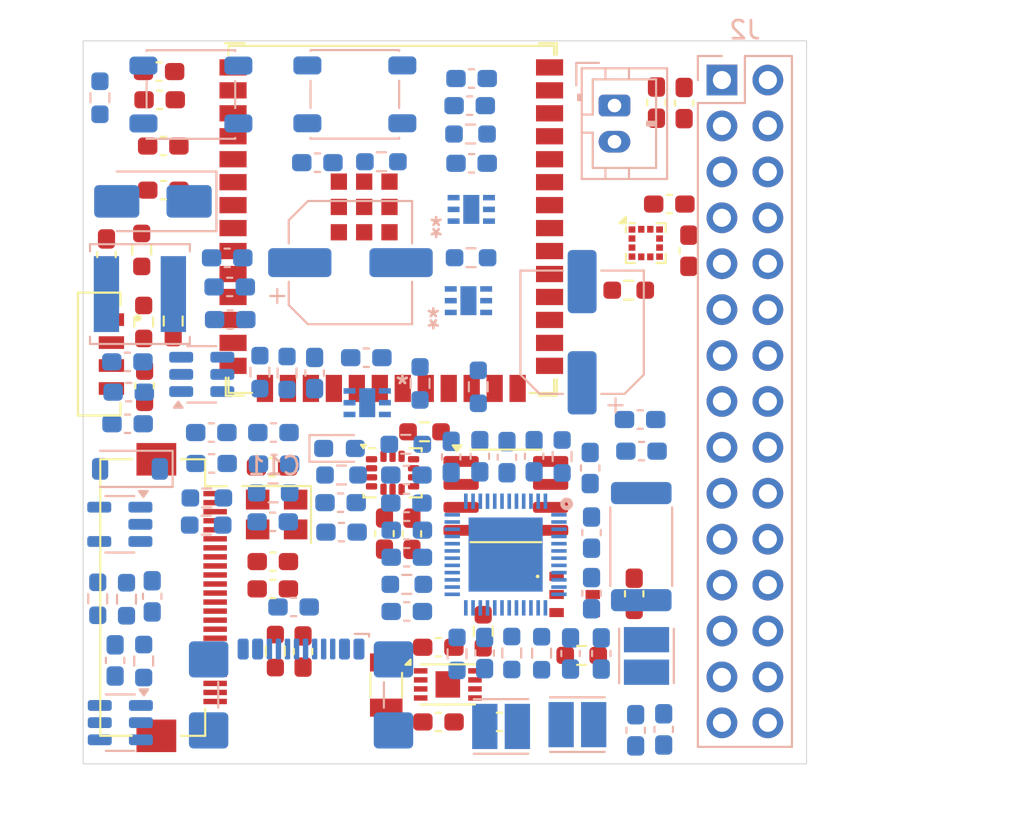
<source format=kicad_pcb>
(kicad_pcb (version 20240703) (generator "pcbnew") (generator_version "8.99")
  (layers (0 "F.Cu" signal) (1 "In1.Cu" signal) (2 "In2.Cu" signal) (31 "B.Cu" signal) (34 "B.Paste" user) (35 "F.Paste" user) (36 "B.SilkS" user "B.Silkscreen") (37 "F.SilkS" user "F.Silkscreen") (38 "B.Mask" user) (39 "F.Mask" user) (44 "Edge.Cuts" user))
  (net 0 "")
  (net 1 "CAM_DOVDD")
  (net 3 "I2C_SDA")
  (net 4 "I2C_SCL")
  (net 6 "Net-(U10-VDD)")
  (net 7 "Net-(IC2-LDOIN)")
  (net 8 "/pwr_mgmt/IPS_OUT")
  (net 9 "Net-(U12-CS)")
  (net 10 "BUS_5V")
  (net 11 "/pwr_mgmt/VUSB_EN")
  (net 12 "/pwr_mgmt/USB_OUT_EN")
  (net 13 "/pwr_mgmt/BUS_OUT_EN")
  (net 14 "Net-(D2-A)")
  (net 15 "MCU_EN")
  (net 16 "MCU_VDD")
  (net 17 "Net-(IC2-PWREN)")
  (net 18 "RTC_VDD")
  (net 19 "/pwr_mgmt/BUS_PWR_EN")
  (net 20 "Net-(U3-~{CS})")
  (net 21 "Net-(J1-Pin_17)")
  (net 22 "Net-(U7-ILIM)")
  (net 23 "Net-(U2-ILIM)")
  (net 24 "Net-(R17-Pad2)")
  (net 25 "/pwr_mgmt/PWR_KEY")
  (net 26 "Net-(U11-FB)")
  (net 27 "/pwr_mgmt/5V_BOOST_EN")
  (net 28 "Net-(U11-EN)")
  (net 29 "AXP_WAKEUP")
  (net 30 "Net-(J3-CC1)")
  (net 31 "Net-(J3-CC2)")
  (net 32 "Net-(U9-ILIM)")
  (net 33 "Net-(C11-Pad1)")
  (net 34 "/pwr_mgmt/VBUS")
  (net 35 "/mcu/BOOT")
  (net 36 "Net-(IC2-SYSEN)")
  (net 37 "Net-(IC2-BIAS)")
  (net 38 "/pwr_mgmt/CAM_AVDD_EN")
  (net 39 "/mcu/USB_P_N")
  (net 40 "/mcu/USB_S_P")
  (net 41 "VUSB")
  (net 42 "/mcu/USB_P_P")
  (net 43 "/mcu/USB_S_N")
  (net 45 "Net-(D8-A)")
  (net 46 "2V8_VDD")
  (net 47 "LCD_RST")
  (net 50 "CSI_RST")
  (net 59 "Net-(U3-C1)")
  (net 60 "Net-(U4-X1)")
  (net 61 "Net-(U4-X2)")
  (net 63 "/mcu/GPIO8")
  (net 65 "/mcu/UORXD")
  (net 66 "CSI_PCLK")
  (net 67 "CSI_VSYNC")
  (net 68 "SD_CARD_CS")
  (net 69 "/mcu/U1RXD")
  (net 70 "SPI_SCK")
  (net 71 "CSI_D0")
  (net 72 "SPI_MISO")
  (net 73 "/mcu/UOTXD")
  (net 74 "CSI_D1")
  (net 75 "SPI_MOSI")
  (net 76 "Net-(U5-EN)")
  (net 77 "/mcu/U1TXD")
  (net 78 "CSI_D2")
  (net 79 "CSI_D3")
  (net 80 "CSI_D7")
  (net 81 "/mcu/GPIO5")
  (net 82 "TOUCH_CS")
  (net 83 "/mcu/GPIO7")
  (net 84 "LCD_DC")
  (net 85 "LCD_CS")
  (net 86 "CSI_HSYNC")
  (net 87 "/mcu/GPIO6")
  (net 88 "INTERUPT_TOUCH")
  (net 91 "CSI_D5")
  (net 92 "CSI_D6")
  (net 93 "/mcu/GPIO4")
  (net 94 "CSI_D4")
  (net 95 "/sensors/CSI_MCLK")
  (net 97 "Net-(D2-K)")
  (net 98 "Net-(IC2-LX3)")
  (net 99 "Net-(IC2-DCDC3)")
  (net 100 "Net-(IC2-LX1)")
  (net 101 "Net-(IC2-LX2)")
  (net 102 "1V2_VDD")
  (net 105 "+BATT")
  (net 114 "BUS_OUT")
  (net 115 "CAM_RST")
  (net 119 "LCD_VDD")
  (net 120 "Net-(C38-Pad2)")
  (net 121 "Net-(IC2-VINT)")
  (net 122 "Net-(IC2-VREF)")
  (footprint "Capacitor_SMD:C_0603_1608Metric_Pad1.08x0.95mm_HandSolder" (layer "F.Cu") (at 133.3175 87.78 180)
    (property "Reference" "C26" (hide yes))
    (property "Value" "0.1uf")
    (pad "1" smd roundrect (at -0.8625 0 180) (size 1.075 0.95) (layers "F.Cu" "F.Paste" "F.Mask") (net 18 "RTC_VDD"))
    (pad "2" smd roundrect (at 0.8625 0 180) (size 1.075 0.95) (layers "F.Cu" "F.Paste" "F.Mask") (net 1 "CAM_DOVDD"))
  )
  (footprint "Capacitor_SMD:C_0603_1608Metric_Pad1.08x0.95mm_HandSolder" (layer "F.Cu") (at 114.5325 53.36)
    (property "Reference" "C61" (hide yes))
    (property "Value" "22uf")
    (pad "1" smd roundrect (at -0.8625 0) (size 1.075 0.95) (layers "F.Cu" "F.Paste" "F.Mask") (net 1 "CAM_DOVDD"))
    (pad "2" smd roundrect (at 0.8625 0) (size 1.075 0.95) (layers "F.Cu" "F.Paste" "F.Mask") (net 16 "MCU_VDD"))
  )
  (footprint "Capacitor_SMD:C_0603_1608Metric_Pad1.08x0.95mm_HandSolder" (layer "F.Cu") (at 143.53 53.5425 -90)
    (property "Reference" "C13" (hide yes))
    (property "Value" "10uf")
    (pad "1" smd roundrect (at -0.8625 0 270) (size 1.075 0.95) (layers "F.Cu" "F.Paste" "F.Mask") (net 1 "CAM_DOVDD"))
    (pad "2" smd roundrect (at 0.8625 0 270) (size 1.075 0.95) (layers "F.Cu" "F.Paste" "F.Mask") (net 1 "CAM_DOVDD"))
  )
  (footprint "PCM_Espressif:ESP32-S3-WROOM-1U" (layer "F.Cu") (at 127.34 59.83)
    (property "Reference" "U5" (hide yes))
    (property "Value" "ESP32-S3-WROOM-1")
    (pad "1" smd rect (at -8.75 -8.26) (size 1.5 0.9) (layers "F.Cu" "F.Paste" "F.Mask") (net 1 "CAM_DOVDD"))
    (pad "2" smd rect (at -8.75 -6.99) (size 1.5 0.9) (layers "F.Cu" "F.Paste" "F.Mask") (net 16 "MCU_VDD"))
    (pad "3" smd rect (at -8.75 -5.72) (size 1.5 0.9) (layers "F.Cu" "F.Paste" "F.Mask") (net 76 "Net-(U5-EN)"))
    (pad "4" smd rect (at -8.75 -4.45) (size 1.5 0.9) (layers "F.Cu" "F.Paste" "F.Mask") (net 93 "/mcu/GPIO4"))
    (pad "5" smd rect (at -8.75 -3.18) (size 1.5 0.9) (layers "F.Cu" "F.Paste" "F.Mask") (net 81 "/mcu/GPIO5"))
    (pad "6" smd rect (at -8.75 -1.91) (size 1.5 0.9) (layers "F.Cu" "F.Paste" "F.Mask") (net 87 "/mcu/GPIO6"))
    (pad "7" smd rect (at -8.75 -0.64) (size 1.5 0.9) (layers "F.Cu" "F.Paste" "F.Mask") (net 83 "/mcu/GPIO7"))
    (pad "8" smd rect (at -8.75 0.63) (size 1.5 0.9) (layers "F.Cu" "F.Paste" "F.Mask") (net 86 "CSI_HSYNC"))
    (pad "9" smd rect (at -8.75 1.9) (size 1.5 0.9) (layers "F.Cu" "F.Paste" "F.Mask") (net 85 "LCD_CS"))
    (pad "10" smd rect (at -8.75 3.17) (size 1.5 0.9) (layers "F.Cu" "F.Paste" "F.Mask") (net 77 "/mcu/U1TXD"))
    (pad "11" smd rect (at -8.75 4.44) (size 1.5 0.9) (layers "F.Cu" "F.Paste" "F.Mask") (net 69 "/mcu/U1RXD"))
    (pad "12" smd rect (at -8.75 5.71) (size 1.5 0.9) (layers "F.Cu" "F.Paste" "F.Mask") (net 63 "/mcu/GPIO8"))
    (pad "13" smd rect (at -8.75 6.98) (size 1.5 0.9) (layers "F.Cu" "F.Paste" "F.Mask") (net 43 "/mcu/USB_S_N"))
    (pad "14" smd rect (at -8.75 8.25) (size 1.5 0.9) (layers "F.Cu" "F.Paste" "F.Mask") (net 40 "/mcu/USB_S_P"))
    (pad "15" smd rect (at -6.985 9.5 90) (size 1.5 0.9) (layers "F.Cu" "F.Paste" "F.Mask") (net 79 "CSI_D3"))
    (pad "16" smd rect (at -5.715 9.5 90) (size 1.5 0.9) (layers "F.Cu" "F.Paste" "F.Mask") (net 67 "CSI_VSYNC"))
    (pad "17" smd rect (at -4.445 9.5 90) (size 1.5 0.9) (layers "F.Cu" "F.Paste" "F.Mask") (net 94 "CSI_D4"))
    (pad "18" smd rect (at -3.175 9.5 90) (size 1.5 0.9) (layers "F.Cu" "F.Paste" "F.Mask") (net 91 "CSI_D5"))
    (pad "19" smd rect (at -1.905 9.5 90) (size 1.5 0.9) (layers "F.Cu" "F.Paste" "F.Mask") (net 3 "I2C_SDA"))
    (pad "20" smd rect (at -0.635 9.5 90) (size 1.5 0.9) (layers "F.Cu" "F.Paste" "F.Mask") (net 4 "I2C_SCL"))
    (pad "21" smd rect (at 0.635 9.5 90) (size 1.5 0.9) (layers "F.Cu" "F.Paste" "F.Mask") (net 92 "CSI_D6"))
    (pad "22" smd rect (at 1.905 9.5 90) (size 1.5 0.9) (layers "F.Cu" "F.Paste" "F.Mask") (net 80 "CSI_D7"))
    (pad "23" smd rect (at 3.175 9.5 90) (size 1.5 0.9) (layers "F.Cu" "F.Paste" "F.Mask") (net 70 "SPI_SCK"))
    (pad "24" smd rect (at 4.445 9.5 90) (size 1.5 0.9) (layers "F.Cu" "F.Paste" "F.Mask") (net 72 "SPI_MISO"))
    (pad "25" smd rect (at 5.715 9.5 90) (size 1.5 0.9) (layers "F.Cu" "F.Paste" "F.Mask") (net 71 "CSI_D0"))
    (pad "26" smd rect (at 6.985 9.5 90) (size 1.5 0.9) (layers "F.Cu" "F.Paste" "F.Mask") (net 66 "CSI_PCLK"))
    (pad "27" smd rect (at 8.75 8.25 180) (size 1.5 0.9) (layers "F.Cu" "F.Paste" "F.Mask") (net 35 "/mcu/BOOT"))
    (pad "28" smd rect (at 8.75 6.98 180) (size 1.5 0.9) (layers "F.Cu" "F.Paste" "F.Mask"))
    (pad "29" smd rect (at 8.75 5.71 180) (size 1.5 0.9) (layers "F.Cu" "F.Paste" "F.Mask"))
    (pad "30" smd rect (at 8.75 4.44 180) (size 1.5 0.9) (layers "F.Cu" "F.Paste" "F.Mask"))
    (pad "31" smd rect (at 8.75 3.17 180) (size 1.5 0.9) (layers "F.Cu" "F.Paste" "F.Mask") (net 75 "SPI_MOSI"))
    (pad "32" smd rect (at 8.75 1.9 180) (size 1.5 0.9) (layers "F.Cu" "F.Paste" "F.Mask") (net 84 "LCD_DC"))
    (pad "33" smd rect (at 8.75 0.63 180) (size 1.5 0.9) (layers "F.Cu" "F.Paste" "F.Mask") (net 82 "TOUCH_CS"))
    (pad "34" smd rect (at 8.75 -0.64 180) (size 1.5 0.9) (layers "F.Cu" "F.Paste" "F.Mask") (net 78 "CSI_D2"))
    (pad "35" smd rect (at 8.75 -1.91 180) (size 1.5 0.9) (layers "F.Cu" "F.Paste" "F.Mask") (net 68 "SD_CARD_CS"))
    (pad "36" smd rect (at 8.75 -3.18 180) (size 1.5 0.9) (layers "F.Cu" "F.Paste" "F.Mask") (net 65 "/mcu/UORXD"))
    (pad "37" smd rect (at 8.75 -4.45 180) (size 1.5 0.9) (layers "F.Cu" "F.Paste" "F.Mask") (net 73 "/mcu/UOTXD"))
    (pad "38" smd rect (at 8.75 -5.72 180) (size 1.5 0.9) (layers "F.Cu" "F.Paste" "F.Mask") (net 74 "CSI_D1"))
    (pad "39" smd rect (at 8.75 -6.99 180) (size 1.5 0.9) (layers "F.Cu" "F.Paste" "F.Mask") (net 88 "INTERUPT_TOUCH"))
    (pad "40" smd rect (at 8.75 -8.26 180) (size 1.5 0.9) (layers "F.Cu" "F.Paste" "F.Mask") (net 1 "CAM_DOVDD"))
    (pad "41" smd rect (at -2.9 -1.94 180) (size 0.9 0.9) (layers "F.Cu" "F.Paste" "F.Mask") (net 1 "CAM_DOVDD"))
    (pad "41" smd rect (at -2.9 -0.54 180) (size 0.9 0.9) (layers "F.Cu" "F.Paste" "F.Mask") (net 1 "CAM_DOVDD"))
    (pad "41" smd rect (at -2.9 0.86 180) (size 0.9 0.9) (layers "F.Cu" "F.Paste" "F.Mask") (net 1 "CAM_DOVDD"))
    (pad "41" smd rect (at -1.5 -1.94 180) (size 0.9 0.9) (layers "F.Cu" "F.Paste" "F.Mask") (net 1 "CAM_DOVDD"))
    (pad "41" smd rect (at -1.5 -0.54 180) (size 0.9 0.9) (layers "F.Cu" "F.Paste" "F.Mask") (net 1 "CAM_DOVDD"))
    (pad "41" smd rect (at -1.5 0.86 180) (size 0.9 0.9) (layers "F.Cu" "F.Paste" "F.Mask") (net 1 "CAM_DOVDD"))
    (pad "41" smd rect (at -0.1 -1.94 180) (size 0.9 0.9) (layers "F.Cu" "F.Paste" "F.Mask") (net 1 "CAM_DOVDD"))
    (pad "41" smd rect (at -0.1 -0.54 180) (size 0.9 0.9) (layers "F.Cu" "F.Paste" "F.Mask") (net 1 "CAM_DOVDD"))
    (pad "41" smd rect (at -0.1 0.86 180) (size 0.9 0.9) (layers "F.Cu" "F.Paste" "F.Mask") (net 1 "CAM_DOVDD"))
  )
  (footprint "Package_LGA:LGA-12_2x2mm_P0.5mm" (layer "F.Cu") (at 141.41 61.2875)
    (property "Reference" "U3" (hide yes))
    (property "Value" "LIS2MDL")
    (pad "1" smd rect (at -0.7625 -0.75) (size 0.375 0.35) (layers "F.Cu" "F.Paste" "F.Mask") (net 4 "I2C_SCL"))
    (pad "2" smd rect (at -0.7625 -0.25) (size 0.375 0.35) (layers "F.Cu" "F.Paste" "F.Mask"))
    (pad "3" smd rect (at -0.7625 0.25) (size 0.375 0.35) (layers "F.Cu" "F.Paste" "F.Mask") (net 20 "Net-(U3-~{CS})"))
    (pad "4" smd rect (at -0.7625 0.75) (size 0.375 0.35) (layers "F.Cu" "F.Paste" "F.Mask") (net 3 "I2C_SDA"))
    (pad "5" smd rect (at -0.25 0.7625 90) (size 0.375 0.35) (layers "F.Cu" "F.Paste" "F.Mask") (net 59 "Net-(U3-C1)"))
    (pad "6" smd rect (at 0.25 0.7625 90) (size 0.375 0.35) (layers "F.Cu" "F.Paste" "F.Mask") (net 1 "CAM_DOVDD"))
    (pad "7" smd rect (at 0.7625 0.75) (size 0.375 0.35) (layers "F.Cu" "F.Paste" "F.Mask"))
    (pad "8" smd rect (at 0.7625 0.25) (size 0.375 0.35) (layers "F.Cu" "F.Paste" "F.Mask") (net 1 "CAM_DOVDD"))
    (pad "9" smd rect (at 0.7625 -0.25) (size 0.375 0.35) (layers "F.Cu" "F.Paste" "F.Mask") (net 1 "CAM_DOVDD"))
    (pad "10" smd rect (at 0.7625 -0.75) (size 0.375 0.35) (layers "F.Cu" "F.Paste" "F.Mask") (net 16 "MCU_VDD"))
    (pad "11" smd rect (at 0.25 -0.7625 90) (size 0.375 0.35) (layers "F.Cu" "F.Paste" "F.Mask"))
    (pad "12" smd rect (at -0.25 -0.7625 90) (size 0.375 0.35) (layers "F.Cu" "F.Paste" "F.Mask"))
  )
  (footprint "Capacitor_SMD:C_0603_1608Metric_Pad1.08x0.95mm_HandSolder" (layer "F.Cu") (at 120.7475 73.68)
    (property "Reference" "C5" (hide yes))
    (property "Value" "15pf")
    (pad "1" smd roundrect (at -0.8625 0) (size 1.075 0.95) (layers "F.Cu" "F.Paste" "F.Mask") (net 1 "CAM_DOVDD"))
    (pad "2" smd roundrect (at 0.8625 0) (size 1.075 0.95) (layers "F.Cu" "F.Paste" "F.Mask") (net 66 "CSI_PCLK"))
  )
  (footprint "Oscillator:Oscillator_SMD_Abracon_ASE-4Pin_3.2x2.5mm" (layer "F.Cu") (at 121 76.305 180)
    (property "Reference" "X1" (hide yes))
    (property "Value" "20MHz")
    (pad "1" smd rect (at -1.05 0.825 180) (size 1.3 1.1) (layers "F.Cu" "F.Paste" "F.Mask"))
    (pad "2" smd rect (at 1.05 0.825 180) (size 1.3 1.1) (layers "F.Cu" "F.Paste" "F.Mask") (net 1 "CAM_DOVDD"))
    (pad "3" smd rect (at 1.05 -0.825 180) (size 1.3 1.1) (layers "F.Cu" "F.Paste" "F.Mask") (net 95 "/sensors/CSI_MCLK"))
    (pad "4" smd rect (at -1.05 -0.825 180) (size 1.3 1.1) (layers "F.Cu" "F.Paste" "F.Mask") (net 46 "2V8_VDD"))
  )
  (footprint "Resistor_SMD:R_0603_1608Metric_Pad0.98x0.95mm_HandSolder" (layer "F.Cu") (at 137.8675 84.1)
    (property "Reference" "R18" (hide yes))
    (property "Value" "2k2")
    (pad "1" smd roundrect (at -0.9125 0) (size 0.975 0.95) (layers "F.Cu" "F.Paste" "F.Mask") (net 16 "MCU_VDD"))
    (pad "2" smd roundrect (at 0.9125 0) (size 0.975 0.95) (layers "F.Cu" "F.Paste" "F.Mask") (net 3 "I2C_SDA"))
  )
  (footprint "Capacitor_SMD:C_0603_1608Metric_Pad1.08x0.95mm_HandSolder" (layer "F.Cu") (at 129.9475 87.78 180)
    (property "Reference" "C25" (hide yes))
    (property "Value" "????")
    (pad "1" smd roundrect (at -0.8625 0 180) (size 1.075 0.95) (layers "F.Cu" "F.Paste" "F.Mask") (net 1 "CAM_DOVDD"))
    (pad "2" smd roundrect (at 0.8625 0 180) (size 1.075 0.95) (layers "F.Cu" "F.Paste" "F.Mask") (net 60 "Net-(U4-X1)"))
  )
  (footprint "Capacitor_SMD:C_0603_1608Metric_Pad1.08x0.95mm_HandSolder" (layer "F.Cu") (at 113.7 69.1825 90)
    (property "Reference" "C27" (hide yes))
    (property "Value" "10uf")
    (pad "1" smd roundrect (at -0.8625 0 90) (size 1.075 0.95) (layers "F.Cu" "F.Paste" "F.Mask") (net 1 "CAM_DOVDD"))
    (pad "2" smd roundrect (at 0.8625 0 90) (size 1.075 0.95) (layers "F.Cu" "F.Paste" "F.Mask") (net 6 "Net-(U10-VDD)"))
  )
  (footprint "Connector_FFC-FPC:Hirose_FH12-24S-0.5SH_1x24-1MP_P0.50mm_Horizontal" (layer "F.Cu") (at 115.75 80.9 -90)
    (property "Reference" "J1" (hide yes))
    (property "Value" "Cam_Conn_01x24_MountingPin")
    (pad "1" smd rect (at -5.75 -1.85 270) (size 0.3 1.3) (layers "F.Cu" "F.Paste" "F.Mask"))
    (pad "2" smd rect (at -5.25 -1.85 270) (size 0.3 1.3) (layers "F.Cu" "F.Paste" "F.Mask"))
    (pad "3" smd rect (at -4.75 -1.85 270) (size 0.3 1.3) (layers "F.Cu" "F.Paste" "F.Mask") (net 78 "CSI_D2"))
    (pad "4" smd rect (at -4.25 -1.85 270) (size 0.3 1.3) (layers "F.Cu" "F.Paste" "F.Mask") (net 74 "CSI_D1"))
    (pad "5" smd rect (at -3.75 -1.85 270) (size 0.3 1.3) (layers "F.Cu" "F.Paste" "F.Mask") (net 79 "CSI_D3"))
    (pad "6" smd rect (at -3.25 -1.85 270) (size 0.3 1.3) (layers "F.Cu" "F.Paste" "F.Mask") (net 71 "CSI_D0"))
    (pad "7" smd rect (at -2.75 -1.85 270) (size 0.3 1.3) (layers "F.Cu" "F.Paste" "F.Mask") (net 94 "CSI_D4"))
    (pad "8" smd rect (at -2.25 -1.85 270) (size 0.3 1.3) (layers "F.Cu" "F.Paste" "F.Mask") (net 66 "CSI_PCLK"))
    (pad "9" smd rect (at -1.75 -1.85 270) (size 0.3 1.3) (layers "F.Cu" "F.Paste" "F.Mask") (net 91 "CSI_D5"))
    (pad "10" smd rect (at -1.25 -1.85 270) (size 0.3 1.3) (layers "F.Cu" "F.Paste" "F.Mask") (net 1 "CAM_DOVDD"))
    (pad "11" smd rect (at -0.75 -1.85 270) (size 0.3 1.3) (layers "F.Cu" "F.Paste" "F.Mask") (net 92 "CSI_D6"))
    (pad "12" smd rect (at -0.25 -1.85 270) (size 0.3 1.3) (layers "F.Cu" "F.Paste" "F.Mask") (net 95 "/sensors/CSI_MCLK"))
    (pad "13" smd rect (at 0.25 -1.85 270) (size 0.3 1.3) (layers "F.Cu" "F.Paste" "F.Mask") (net 80 "CSI_D7"))
    (pad "14" smd rect (at 0.75 -1.85 270) (size 0.3 1.3) (layers "F.Cu" "F.Paste" "F.Mask") (net 1 "CAM_DOVDD"))
    (pad "15" smd rect (at 1.25 -1.85 270) (size 0.3 1.3) (layers "F.Cu" "F.Paste" "F.Mask") (net 102 "1V2_VDD"))
    (pad "16" smd rect (at 1.75 -1.85 270) (size 0.3 1.3) (layers "F.Cu" "F.Paste" "F.Mask") (net 86 "CSI_HSYNC"))
    (pad "17" smd rect (at 2.25 -1.85 270) (size 0.3 1.3) (layers "F.Cu" "F.Paste" "F.Mask") (net 21 "Net-(J1-Pin_17)"))
    (pad "18" smd rect (at 2.75 -1.85 270) (size 0.3 1.3) (layers "F.Cu" "F.Paste" "F.Mask") (net 67 "CSI_VSYNC"))
    (pad "19" smd rect (at 3.25 -1.85 270) (size 0.3 1.3) (layers "F.Cu" "F.Paste" "F.Mask") (net 115 "CAM_RST"))
    (pad "20" smd rect (at 3.75 -1.85 270) (size 0.3 1.3) (layers "F.Cu" "F.Paste" "F.Mask") (net 4 "I2C_SCL"))
    (pad "21" smd rect (at 4.25 -1.85 270) (size 0.3 1.3) (layers "F.Cu" "F.Paste" "F.Mask") (net 46 "2V8_VDD"))
    (pad "22" smd rect (at 4.75 -1.85 270) (size 0.3 1.3) (layers "F.Cu" "F.Paste" "F.Mask") (net 3 "I2C_SDA"))
    (pad "23" smd rect (at 5.25 -1.85 270) (size 0.3 1.3) (layers "F.Cu" "F.Paste" "F.Mask") (net 1 "CAM_DOVDD"))
    (pad "24" smd rect (at 5.75 -1.85 270) (size 0.3 1.3) (layers "F.Cu" "F.Paste" "F.Mask"))
    (pad "MP" smd rect (at -7.65 1.4 270) (size 1.8 2.2) (layers "F.Cu" "F.Paste" "F.Mask") (net 1 "CAM_DOVDD"))
    (pad "MP" smd rect (at 7.65 1.4 270) (size 1.8 2.2) (layers "F.Cu" "F.Paste" "F.Mask") (net 1 "CAM_DOVDD"))
  )
  (footprint "VEML7700-TR:XDCR_VEML7700-TR" (layer "F.Cu") (at 111.19 67.43)
    (property "Reference" "U10" (hide yes))
    (property "Value" "VEML7700")
    (pad "1" smd rect (at 0.675 -1.905) (size 1.4 0.7) (layers "F.Cu" "F.Paste" "F.Mask") (net 4 "I2C_SCL"))
    (pad "2" smd rect (at 0.675 -0.635) (size 1.4 0.7) (layers "F.Cu" "F.Paste" "F.Mask") (net 6 "Net-(U10-VDD)"))
    (pad "3" smd rect (at 0.675 0.635) (size 1.4 0.7) (layers "F.Cu" "F.Paste" "F.Mask") (net 1 "CAM_DOVDD"))
    (pad "4" smd rect (at 0.675 1.905) (size 1.4 0.7) (layers "F.Cu" "F.Paste" "F.Mask") (net 3 "I2C_SDA"))
  )
  (footprint "Crystal:Crystal_SMD_3215-2Pin_3.2x1.5mm" (layer "F.Cu") (at 127.06 85.74 90)
    (property "Reference" "Y1" (hide yes))
    (property "Value" "32.768kHz")
    (pad "1" smd rect (at 1.25 0 90) (size 1 1.8) (layers "F.Cu" "F.Paste" "F.Mask") (net 61 "Net-(U4-X2)"))
    (pad "2" smd rect (at -1.25 0 90) (size 1 1.8) (layers "F.Cu" "F.Paste" "F.Mask") (net 60 "Net-(U4-X1)"))
  )
  (footprint "Capacitor_SMD:C_0603_1608Metric_Pad1.08x0.95mm_HandSolder" (layer "F.Cu") (at 114.4975 51.8)
    (property "Reference" "C60" (hide yes))
    (property "Value" "22uf")
    (pad "1" smd roundrect (at -0.8625 0) (size 1.075 0.95) (layers "F.Cu" "F.Paste" "F.Mask") (net 1 "CAM_DOVDD"))
    (pad "2" smd roundrect (at 0.8625 0) (size 1.075 0.95) (layers "F.Cu" "F.Paste" "F.Mask") (net 16 "MCU_VDD"))
  )
  (footprint "Resistor_SMD:R_0603_1608Metric_Pad0.98x0.95mm_HandSolder" (layer "F.Cu") (at 113.54 61.6675 -90)
    (property "Reference" "R24" (hide yes))
    (property "Value" "2.2K")
    (pad "1" smd roundrect (at -0.9125 0 270) (size 0.975 0.95) (layers "F.Cu" "F.Paste" "F.Mask") (net 16 "MCU_VDD"))
    (pad "2" smd roundrect (at 0.9125 0 270) (size 0.975 0.95) (layers "F.Cu" "F.Paste" "F.Mask") (net 4 "I2C_SCL"))
  )
  (footprint "Capacitor_SMD:C_0603_1608Metric_Pad1.08x0.95mm_HandSolder" (layer "F.Cu") (at 143.79 61.7125 90)
    (property "Reference" "C21" (hide yes))
    (property "Value" "220nf")
    (pad "1" smd roundrect (at -0.8625 0 90) (size 1.075 0.95) (layers "F.Cu" "F.Paste" "F.Mask") (net 59 "Net-(U3-C1)"))
    (pad "2" smd roundrect (at 0.8625 0 90) (size 1.075 0.95) (layers "F.Cu" "F.Paste" "F.Mask") (net 1 "CAM_DOVDD"))
  )
  (footprint "Capacitor_SMD:C_0603_1608Metric_Pad1.08x0.95mm_HandSolder" (layer "F.Cu") (at 111.5925 61.9225 -90)
    (property "Reference" "C22" (hide yes))
    (property "Value" "100nf")
    (pad "1" smd roundrect (at -0.8625 0 270) (size 1.075 0.95) (layers "F.Cu" "F.Paste" "F.Mask") (net 1 "CAM_DOVDD"))
    (pad "2" smd roundrect (at 0.8625 0 270) (size 1.075 0.95) (layers "F.Cu" "F.Paste" "F.Mask") (net 6 "Net-(U10-VDD)"))
  )
  (footprint "Capacitor_SMD:C_0603_1608Metric_Pad1.08x0.95mm_HandSolder" (layer "F.Cu") (at 140.77 80.6925 -90)
    (property "Reference" "C18" (hide yes))
    (property "Value" "100nf")
    (pad "1" smd roundrect (at -0.8625 0 270) (size 1.075 0.95) (layers "F.Cu" "F.Paste" "F.Mask") (net 1 "CAM_DOVDD"))
    (pad "2" smd roundrect (at 0.8625 0 270) (size 1.075 0.95) (layers "F.Cu" "F.Paste" "F.Mask") (net 1 "CAM_DOVDD"))
  )
  (footprint "Resistor_SMD:R_0603_1608Metric_Pad0.98x0.95mm_HandSolder" (layer "F.Cu") (at 140.4675 63.895)
    (property "Reference" "R5" (hide yes))
    (property "Value" "10K")
    (pad "1" smd roundrect (at -0.9125 0) (size 0.975 0.95) (layers "F.Cu" "F.Paste" "F.Mask") (net 20 "Net-(U3-~{CS})"))
    (pad "2" smd roundrect (at 0.9125 0) (size 0.975 0.95) (layers "F.Cu" "F.Paste" "F.Mask") (net 1 "CAM_DOVDD"))
  )
  (footprint "Capacitor_SMD:C_0603_1608Metric_Pad1.08x0.95mm_HandSolder" (layer "F.Cu") (at 120.7875 80.42 180)
    (property "Reference" "C24" (hide yes))
    (property "Value" "470nf")
    (pad "1" smd roundrect (at -0.8625 0 180) (size 1.075 0.95) (layers "F.Cu" "F.Paste" "F.Mask") (net 46 "2V8_VDD"))
    (pad "2" smd roundrect (at 0.8625 0 180) (size 1.075 0.95) (layers "F.Cu" "F.Paste" "F.Mask") (net 1 "CAM_DOVDD"))
  )
  (footprint "Capacitor_SMD:C_0603_1608Metric_Pad1.08x0.95mm_HandSolder" (layer "F.Cu") (at 126.9625 77.36 90)
    (property "Reference" "C64" (hide yes))
    (property "Value" "100nf")
    (pad "1" smd roundrect (at -0.8625 0 90) (size 1.075 0.95) (layers "F.Cu" "F.Paste" "F.Mask") (net 1 "CAM_DOVDD"))
    (pad "2" smd roundrect (at 0.8625 0 90) (size 1.075 0.95) (layers "F.Cu" "F.Paste" "F.Mask") (net 16 "MCU_VDD"))
  )
  (footprint "Resistor_SMD:R_0603_1608Metric_Pad0.98x0.95mm_HandSolder" (layer "F.Cu") (at 132.42 82.7625 -90)
    (property "Reference" "R9" (hide yes))
    (property "Value" "10K")
    (pad "1" smd roundrect (at -0.9125 0 270) (size 0.975 0.95) (layers "F.Cu" "F.Paste" "F.Mask") (net 18 "RTC_VDD"))
    (pad "2" smd roundrect (at 0.9125 0 270) (size 0.975 0.95) (layers "F.Cu" "F.Paste" "F.Mask") (net 29 "AXP_WAKEUP"))
  )
  (footprint "Package_SO:SOIC-8_3.9x4.9mm_P1.27mm" (layer "F.Cu") (at 133.675 75.275)
    (property "Reference" "U14" (hide yes))
    (property "Value" "PCA9536D")
    (pad "1" smd roundrect (at -2.475 -1.905) (size 1.95 0.6) (layers "F.Cu" "F.Paste" "F.Mask"))
    (pad "2" smd roundrect (at -2.475 -0.635) (size 1.95 0.6) (layers "F.Cu" "F.Paste" "F.Mask") (net 50 "CSI_RST"))
    (pad "3" smd roundrect (at -2.475 0.635) (size 1.95 0.6) (layers "F.Cu" "F.Paste" "F.Mask") (net 47 "LCD_RST"))
    (pad "4" smd roundrect (at -2.475 1.905) (size 1.95 0.6) (layers "F.Cu" "F.Paste" "F.Mask") (net 1 "CAM_DOVDD"))
    (pad "5" smd roundrect (at 2.475 1.905) (size 1.95 0.6) (layers "F.Cu" "F.Paste" "F.Mask"))
    (pad "6" smd roundrect (at 2.475 0.635) (size 1.95 0.6) (layers "F.Cu" "F.Paste" "F.Mask") (net 4 "I2C_SCL"))
    (pad "7" smd roundrect (at 2.475 -0.635) (size 1.95 0.6) (layers "F.Cu" "F.Paste" "F.Mask") (net 3 "I2C_SDA"))
    (pad "8" smd roundrect (at 2.475 -1.905) (size 1.95 0.6) (layers "F.Cu" "F.Paste" "F.Mask") (net 1 "CAM_DOVDD"))
  )
  (footprint "Capacitor_SMD:C_0603_1608Metric_Pad1.08x0.95mm_HandSolder" (layer "F.Cu") (at 120.79 78.91 180)
    (property "Reference" "C23" (hide yes))
    (property "Value" "10uf")
    (pad "1" smd roundrect (at -0.8625 0 180) (size 1.075 0.95) (layers "F.Cu" "F.Paste" "F.Mask") (net 46 "2V8_VDD"))
    (pad "2" smd roundrect (at 0.8625 0 180) (size 1.075 0.95) (layers "F.Cu" "F.Paste" "F.Mask") (net 1 "CAM_DOVDD"))
  )
  (footprint "Capacitor_SMD:C_0603_1608Metric_Pad1.08x0.95mm_HandSolder" (layer "F.Cu") (at 129.9375 83.65)
    (property "Reference" "C15" (hide yes))
    (property "Value" "????")
    (pad "1" smd roundrect (at -0.8625 0) (size 1.075 0.95) (layers "F.Cu" "F.Paste" "F.Mask") (net 61 "Net-(U4-X2)"))
    (pad "2" smd roundrect (at 0.8625 0) (size 1.075 0.95) (layers "F.Cu" "F.Paste" "F.Mask") (net 1 "CAM_DOVDD"))
  )
  (footprint "Capacitor_SMD:C_0603_1608Metric_Pad1.08x0.95mm_HandSolder" (layer "F.Cu") (at 114.7325 55.92)
    (property "Reference" "R37" (hide yes))
    (property "Value" "TBD")
    (pad "1" smd roundrect (at -0.8625 0) (size 1.075 0.95) (layers "F.Cu" "F.Paste" "F.Mask") (net 16 "MCU_VDD"))
    (pad "2" smd roundrect (at 0.8625 0) (size 1.075 0.95) (layers "F.Cu" "F.Paste" "F.Mask") (net 76 "Net-(U5-EN)"))
  )
  (footprint "Package_DFN_QFN:DFN-8-1EP_3x2mm_P0.5mm_EP1.36x1.46mm" (layer "F.Cu") (at 130.465 85.705)
    (property "Reference" "U4" (hide yes))
    (property "Value" "MCP7940N-xMNY")
    (pad "1" smd rect (at -1.5 -0.75) (size 0.75 0.3) (layers "F.Cu" "F.Paste" "F.Mask") (net 60 "Net-(U4-X1)"))
    (pad "2" smd rect (at -1.5 -0.25) (size 0.75 0.3) (layers "F.Cu" "F.Paste" "F.Mask") (net 61 "Net-(U4-X2)"))
    (pad "3" smd rect (at -1.5 0.25) (size 0.75 0.3) (layers "F.Cu" "F.Paste" "F.Mask"))
    (pad "4" smd rect (at -1.5 0.75) (size 0.75 0.3) (layers "F.Cu" "F.Paste" "F.Mask") (net 1 "CAM_DOVDD"))
    (pad "5" smd rect (at 1.5 0.75) (size 0.75 0.3) (layers "F.Cu" "F.Paste" "F.Mask") (net 3 "I2C_SDA"))
    (pad "6" smd rect (at 1.5 0.25) (size 0.75 0.3) (layers "F.Cu" "F.Paste" "F.Mask") (net 4 "I2C_SCL"))
    (pad "7" smd rect (at 1.5 -0.25) (size 0.75 0.3) (layers "F.Cu" "F.Paste" "F.Mask") (net 29 "AXP_WAKEUP"))
    (pad "8" smd rect (at 1.5 -0.75) (size 0.75 0.3) (layers "F.Cu" "F.Paste" "F.Mask") (net 18 "RTC_VDD"))
    (pad "9" smd rect (at 0 0) (size 1.36 1.46) (layers "F.Cu" "F.Mask") (net 1 "CAM_DOVDD"))
  )
  (footprint "Capacitor_SMD:C_0603_1608Metric_Pad1.08x0.95mm_HandSolder" (layer "F.Cu") (at 142.71 59.13 180)
    (property "Reference" "C20" (hide yes))
    (property "Value" "100nf")
    (pad "1" smd roundrect (at -0.8625 0 180) (size 1.075 0.95) (layers "F.Cu" "F.Paste" "F.Mask") (net 1 "CAM_DOVDD"))
    (pad "2" smd roundrect (at 0.8625 0 180) (size 1.075 0.95) (layers "F.Cu" "F.Paste" "F.Mask") (net 16 "MCU_VDD"))
  )
  (footprint "Resistor_SMD:R_0603_1608Metric_Pad0.98x0.95mm_HandSolder" (layer "F.Cu") (at 113.65 65.6525 90)
    (property "Reference" "R38" (hide yes))
    (property "Value" "10K")
    (pad "1" smd roundrect (at -0.9125 0 90) (size 0.975 0.95) (layers "F.Cu" "F.Paste" "F.Mask") (net 6 "Net-(U10-VDD)"))
    (pad "2" smd roundrect (at 0.9125 0 90) (size 0.975 0.95) (layers "F.Cu" "F.Paste" "F.Mask") (net 1 "CAM_DOVDD"))
  )
  (footprint "Capacitor_SMD:C_0603_1608Metric_Pad1.08x0.95mm_HandSolder" (layer "F.Cu") (at 122.46 83.885 -90)
    (property "Reference" "C16" (hide yes))
    (property "Value" "15pf")
    (pad "1" smd roundrect (at -0.8625 0 270) (size 1.075 0.95) (layers "F.Cu" "F.Paste" "F.Mask") (net 1 "CAM_DOVDD"))
    (pad "2" smd roundrect (at 0.8625 0 270) (size 1.075 0.95) (layers "F.Cu" "F.Paste" "F.Mask") (net 1 "CAM_DOVDD"))
  )
  (footprint "Resistor_SMD:R_0603_1608Metric_Pad0.98x0.95mm_HandSolder" (layer "F.Cu") (at 129.1775 71.73 180)
    (property "Reference" "R10" (hide yes))
    (property "Value" "10K")
    (pad "1" smd roundrect (at -0.9125 0 180) (size 0.975 0.95) (layers "F.Cu" "F.Paste" "F.Mask") (net 1 "CAM_DOVDD"))
    (pad "2" smd roundrect (at 0.9125 0 180) (size 0.975 0.95) (layers "F.Cu" "F.Paste" "F.Mask") (net 9 "Net-(U12-CS)"))
  )
  (footprint "Capacitor_SMD:C_0603_1608Metric_Pad1.08x0.95mm_HandSolder" (layer "F.Cu") (at 128.48 77.37 90)
    (property "Reference" "C65" (hide yes))
    (property "Value" "100nf")
    (pad "1" smd roundrect (at -0.8625 0 90) (size 1.075 0.95) (layers "F.Cu" "F.Paste" "F.Mask") (net 1 "CAM_DOVDD"))
    (pad "2" smd roundrect (at 0.8625 0 90) (size 1.075 0.95) (layers "F.Cu" "F.Paste" "F.Mask") (net 1 "CAM_DOVDD"))
  )
  (footprint "Capacitor_SMD:C_0603_1608Metric_Pad1.08x0.95mm_HandSolder" (layer "F.Cu") (at 114.7375 58.36)
    (property "Reference" "C62" (hide yes))
    (property "Value" "TBD")
    (pad "1" smd roundrect (at -0.8625 0) (size 1.075 0.95) (layers "F.Cu" "F.Paste" "F.Mask") (net 76 "Net-(U5-EN)"))
    (pad "2" smd roundrect (at 0.8625 0) (size 1.075 0.95) (layers "F.Cu" "F.Paste" "F.Mask") (net 1 "CAM_DOVDD"))
  )
  (footprint "Resistor_SMD:R_0603_1608Metric_Pad0.98x0.95mm_HandSolder" (layer "F.Cu") (at 115.28 65.6025 -90)
    (property "Reference" "R23" (hide yes))
    (property "Value" "2.2K")
    (pad "1" smd roundrect (at -0.9125 0 270) (size 0.975 0.95) (layers "F.Cu" "F.Paste" "F.Mask") (net 16 "MCU_VDD"))
    (pad "2" smd roundrect (at 0.9125 0 270) (size 0.975 0.95) (layers "F.Cu" "F.Paste" "F.Mask") (net 3 "I2C_SDA"))
  )
  (footprint "Resistor_SMD:R_0603_1608Metric_Pad0.98x0.95mm_HandSolder" (layer "F.Cu") (at 120.93 83.86 90)
    (property "Reference" "R8" (hide yes))
    (property "Value" "1k")
    (pad "1" smd roundrect (at -0.9125 0 90) (size 0.975 0.95) (layers "F.Cu" "F.Paste" "F.Mask") (net 1 "CAM_DOVDD"))
    (pad "2" smd roundrect (at 0.9125 0 90) (size 0.975 0.95) (layers "F.Cu" "F.Paste" "F.Mask") (net 21 "Net-(J1-Pin_17)"))
  )
  (footprint "aht20:AHT20" (layer "F.Cu") (at 137.48 80.73)
    (property "Reference" "U6" (hide yes))
    (property "Value" "AHT20" (hide yes))
    (pad "1" smd rect (at -1 -1 90) (size 0.5 0.8) (layers "F.Cu" "F.Paste" "F.Mask"))
    (pad "2" smd rect (at -1 0 90) (size 0.5 0.8) (layers "F.Cu" "F.Paste" "F.Mask") (net 1 "CAM_DOVDD"))
    (pad "3" smd rect (at -1 1 90) (size 0.5 0.8) (layers "F.Cu" "F.Paste" "F.Mask") (net 4 "I2C_SCL"))
    (pad "4" smd rect (at 1 1 90) (size 0.5 0.8) (layers "F.Cu" "F.Paste" "F.Mask") (net 3 "I2C_SDA"))
    (pad "5" smd rect (at 1 0 90) (size 0.5 0.8) (layers "F.Cu" "F.Paste" "F.Mask") (net 1 "CAM_DOVDD"))
    (pad "6" smd rect (at 1 -1 90) (size 0.5 0.8) (layers "F.Cu" "F.Paste" "F.Mask"))
  )
  (footprint "Capacitor_SMD:C_0603_1608Metric_Pad1.08x0.95mm_HandSolder" (layer "F.Cu") (at 142 53.5175 90)
    (property "Reference" "C14" (hide yes))
    (property "Value" "100nf")
    (pad "1" smd roundrect (at -0.8625 0 90) (size 1.075 0.95) (layers "F.Cu" "F.Paste" "F.Mask") (net 1 "CAM_DOVDD"))
    (pad "2" smd roundrect (at 0.8625 0 90) (size 1.075 0.95) (layers "F.Cu" "F.Paste" "F.Mask") (net 1 "CAM_DOVDD"))
  )
  (footprint "Package_LGA:LGA-14_3x2.5mm_P0.5mm_LayoutBorder3x4y" (layer "F.Cu") (at 127.41 73.9975)
    (property "Reference" "U12" (hide yes))
    (property "Value" "LSM6DS3")
    (pad "1" smd roundrect (at -1.1625 -0.75) (size 0.625 0.35) (layers "F.Cu" "F.Paste" "F.Mask") (net 1 "CAM_DOVDD"))
    (pad "2" smd roundrect (at -1.1625 -0.25) (size 0.625 0.35) (layers "F.Cu" "F.Paste" "F.Mask") (net 1 "CAM_DOVDD"))
    (pad "3" smd roundrect (at -1.1625 0.25) (size 0.625 0.35) (layers "F.Cu" "F.Paste" "F.Mask") (net 1 "CAM_DOVDD"))
    (pad "4" smd roundrect (at -1.1625 0.75) (size 0.625 0.35) (layers "F.Cu" "F.Paste" "F.Mask"))
    (pad "5" smd roundrect (at -0.5 0.9125) (size 0.35 0.625) (layers "F.Cu" "F.Paste" "F.Mask") (net 16 "MCU_VDD"))
    (pad "6" smd roundrect (at 0 0.9125) (size 0.35 0.625) (layers "F.Cu" "F.Paste" "F.Mask") (net 1 "CAM_DOVDD"))
    (pad "7" smd roundrect (at 0.5 0.9125) (size 0.35 0.625) (layers "F.Cu" "F.Paste" "F.Mask") (net 1 "CAM_DOVDD"))
    (pad "8" smd roundrect (at 1.1625 0.75) (size 0.625 0.35) (layers "F.Cu" "F.Paste" "F.Mask") (net 1 "CAM_DOVDD"))
    (pad "9" smd roundrect (at 1.1625 0.25) (size 0.625 0.35) (layers "F.Cu" "F.Paste" "F.Mask"))
    (pad "10" smd roundrect (at 1.1625 -0.25) (size 0.625 0.35) (layers "F.Cu" "F.Paste" "F.Mask"))
    (pad "11" smd roundrect (at 1.1625 -0.75) (size 0.625 0.35) (layers "F.Cu" "F.Paste" "F.Mask"))
    (pad "12" smd roundrect (at 0.5 -0.9125) (size 0.35 0.625) (layers "F.Cu" "F.Paste" "F.Mask") (net 9 "Net-(U12-CS)"))
    (pad "13" smd roundrect (at 0 -0.9125) (size 0.35 0.625) (layers "F.Cu" "F.Paste" "F.Mask") (net 4 "I2C_SCL"))
    (pad "14" smd roundrect (at -0.5 -0.9125) (size 0.35 0.625) (layers "F.Cu" "F.Paste" "F.Mask") (net 3 "I2C_SDA"))
  )
  (footprint "Resistor_SMD:R_2512_6332Metric" (layer "B.Cu") (at 141.16 78.0825 90)
    (property "Reference" "R25" (hide yes))
    (property "Value" "1")
    (pad "1" smd roundrect (at -2.9625 0 90) (size 1.225 3.35) (layers "B.Cu" "B.Paste" "B.Mask") (roundrect_rratio 0.204082) (net 7 "Net-(IC2-LDOIN)"))
    (pad "2" smd roundrect (at 2.9625 0 90) (size 1.225 3.35) (layers "B.Cu" "B.Paste" "B.Mask") (roundrect_rratio 0.204082) (net 8 "/pwr_mgmt/IPS_OUT"))
  )
  (footprint "Capacitor_SMD:C_0603_1608Metric_Pad1.08x0.95mm_HandSolder" (layer "B.Cu") (at 114.12 80.8325 -90)
    (property "Reference" "C56" (hide yes))
    (property "Value" "1uf")
    (pad "1" smd roundrect (at -0.8625 0 270) (size 1.075 0.95) (layers "B.Cu" "B.Paste" "B.Mask") (net 41 "VUSB"))
    (pad "2" smd roundrect (at 0.8625 0 270) (size 1.075 0.95) (layers "B.Cu" "B.Paste" "B.Mask") (net 1 "CAM_DOVDD"))
  )
  (footprint "Capacitor_SMD:C_0603_1608Metric_Pad1.08x0.95mm_HandSolder" (layer "B.Cu") (at 131.78 52.185)
    (property "Reference" "C2" (hide yes))
    (property "Value" "22uf")
    (pad "1" smd roundrect (at -0.8625 0) (size 1.075 0.95) (layers "B.Cu" "B.Paste" "B.Mask") (net 105 "+BATT"))
    (pad "2" smd roundrect (at 0.8625 0) (size 1.075 0.95) (layers "B.Cu" "B.Paste" "B.Mask") (net 1 "CAM_DOVDD"))
  )
  (footprint "Capacitor_SMD:C_0603_1608Metric_Pad1.08x0.95mm_HandSolder" (layer "B.Cu") (at 128.1725 74.12 180)
    (property "Reference" "C42" (hide yes))
    (property "Value" "4.7uf")
    (pad "1" smd roundrect (at -0.8625 0 180) (size 1.075 0.95) (layers "B.Cu" "B.Paste" "B.Mask") (net 8 "/pwr_mgmt/IPS_OUT"))
    (pad "2" smd roundrect (at 0.8625 0 180) (size 1.075 0.95) (layers "B.Cu" "B.Paste" "B.Mask") (net 1 "CAM_DOVDD"))
  )
  (footprint "Package_TO_SOT_SMD:SOT-23-6" (layer "B.Cu") (at 112.3575 87.82 180)
    (property "Reference" "U1" (hide yes))
    (property "Value" "usblc6-2")
    (pad "1" smd roundrect (at -1.1375 0.95 180) (size 1.325 0.6) (layers "B.Cu" "B.Paste" "B.Mask") (net 39 "/mcu/USB_P_N"))
    (pad "2" smd roundrect (at -1.1375 0 180) (size 1.325 0.6) (layers "B.Cu" "B.Paste" "B.Mask") (net 1 "CAM_DOVDD"))
    (pad "3" smd roundrect (at -1.1375 -0.95 180) (size 1.325 0.6) (layers "B.Cu" "B.Paste" "B.Mask") (net 42 "/mcu/USB_P_P"))
    (pad "4" smd roundrect (at 1.1375 -0.95 180) (size 1.325 0.6) (layers "B.Cu" "B.Paste" "B.Mask") (net 40 "/mcu/USB_S_P"))
    (pad "5" smd roundrect (at 1.1375 0 180) (size 1.325 0.6) (layers "B.Cu" "B.Paste" "B.Mask") (net 41 "VUSB"))
    (pad "6" smd roundrect (at 1.1375 0.95 180) (size 1.325 0.6) (layers "B.Cu" "B.Paste" "B.Mask") (net 43 "/mcu/USB_S_N"))
  )
  (footprint "Resistor_SMD:R_0603_1608Metric_Pad0.98x0.95mm_HandSolder" (layer "B.Cu") (at 128.1975 80.17)
    (property "Reference" "R13" (hide yes))
    (property "Value" "200K")
    (pad "1" smd roundrect (at -0.9125 0) (size 0.975 0.95) (layers "B.Cu" "B.Paste" "B.Mask") (net 37 "Net-(IC2-BIAS)"))
    (pad "2" smd roundrect (at 0.9125 0) (size 0.975 0.95) (layers "B.Cu" "B.Paste" "B.Mask") (net 1 "CAM_DOVDD"))
  )
  (footprint "Connector_PinSocket_2.54mm:PinSocket_2x15_P2.54mm_Vertical" (layer "B.Cu") (at 145.62 52.27 180)
    (property "Reference" "J2" (at -1.27 2.77 0) (layer "B.SilkS") (effects (justify mirror)))
    (property "Value" "BHeader_Conn_02x20_Counter_Clockwise")
    (pad "1" thru_hole rect (at 0 0 180) (size 1.7 1.7) (drill 1) (layers "F&B.Cu" "*.Mask") (net 1 "CAM_DOVDD"))
    (pad "2" thru_hole oval (at -2.54 0 180) (size 1.7 1.7) (drill 1) (layers "F&B.Cu" "*.Mask") (net 93 "/mcu/GPIO4"))
    (pad "3" thru_hole oval (at 0 -2.54 180) (size 1.7 1.7) (drill 1) (layers "F&B.Cu" "*.Mask") (net 1 "CAM_DOVDD"))
    (pad "4" thru_hole oval (at -2.54 -2.54 180) (size 1.7 1.7) (drill 1) (layers "F&B.Cu" "*.Mask") (net 81 "/mcu/GPIO5"))
    (pad "5" thru_hole oval (at 0 -5.08 180) (size 1.7 1.7) (drill 1) (layers "F&B.Cu" "*.Mask") (net 1 "CAM_DOVDD"))
    (pad "6" thru_hole oval (at -2.54 -5.08 180) (size 1.7 1.7) (drill 1) (layers "F&B.Cu" "*.Mask") (net 15 "MCU_EN"))
    (pad "7" thru_hole oval (at 0 -7.62 180) (size 1.7 1.7) (drill 1) (layers "F&B.Cu" "*.Mask") (net 75 "SPI_MOSI"))
    (pad "8" thru_hole oval (at -2.54 -7.62 180) (size 1.7 1.7) (drill 1) (layers "F&B.Cu" "*.Mask") (net 87 "/mcu/GPIO6"))
    (pad "9" thru_hole oval (at 0 -10.16 180) (size 1.7 1.7) (drill 1) (layers "F&B.Cu" "*.Mask") (net 72 "SPI_MISO"))
    (pad "10" thru_hole oval (at -2.54 -10.16 180) (size 1.7 1.7) (drill 1) (layers "F&B.Cu" "*.Mask"))
    (pad "11" thru_hole oval (at 0 -12.7 180) (size 1.7 1.7) (drill 1) (layers "F&B.Cu" "*.Mask") (net 70 "SPI_SCK"))
    (pad "12" thru_hole oval (at -2.54 -12.7 180) (size 1.7 1.7) (drill 1) (layers "F&B.Cu" "*.Mask") (net 16 "MCU_VDD"))
    (pad "13" thru_hole oval (at 0 -15.24 180) (size 1.7 1.7) (drill 1) (layers "F&B.Cu" "*.Mask") (net 65 "/mcu/UORXD"))
    (pad "14" thru_hole oval (at -2.54 -15.24 180) (size 1.7 1.7) (drill 1) (layers "F&B.Cu" "*.Mask") (net 73 "/mcu/UOTXD"))
    (pad "15" thru_hole oval (at 0 -17.78 180) (size 1.7 1.7) (drill 1) (layers "F&B.Cu" "*.Mask") (net 69 "/mcu/U1RXD"))
    (pad "16" thru_hole oval (at -2.54 -17.78 180) (size 1.7 1.7) (drill 1) (layers "F&B.Cu" "*.Mask") (net 77 "/mcu/U1TXD"))
    (pad "17" thru_hole oval (at 0 -20.32 180) (size 1.7 1.7) (drill 1) (layers "F&B.Cu" "*.Mask") (net 3 "I2C_SDA"))
    (pad "18" thru_hole oval (at -2.54 -20.32 180) (size 1.7 1.7) (drill 1) (layers "F&B.Cu" "*.Mask") (net 4 "I2C_SCL"))
    (pad "19" thru_hole oval (at 0 -22.86 180) (size 1.7 1.7) (drill 1) (layers "F&B.Cu" "*.Mask"))
    (pad "20" thru_hole oval (at -2.54 -22.86 180) (size 1.7 1.7) (drill 1) (layers "F&B.Cu" "*.Mask"))
    (pad "21" thru_hole oval (at 0 -25.4 180) (size 1.7 1.7) (drill 1) (layers "F&B.Cu" "*.Mask") (net 83 "/mcu/GPIO7"))
    (pad "22" thru_hole oval (at -2.54 -25.4 180) (size 1.7 1.7) (drill 1) (layers "F&B.Cu" "*.Mask") (net 63 "/mcu/GPIO8"))
    (pad "23" thru_hole oval (at 0 -27.94 180) (size 1.7 1.7) (drill 1) (layers "F&B.Cu" "*.Mask"))
    (pad "24" thru_hole oval (at -2.54 -27.94 180) (size 1.7 1.7) (drill 1) (layers "F&B.Cu" "*.Mask") (net 35 "/mcu/BOOT"))
    (pad "25" thru_hole oval (at 0 -30.48 180) (size 1.7 1.7) (drill 1) (layers "F&B.Cu" "*.Mask"))
    (pad "26" thru_hole oval (at -2.54 -30.48 180) (size 1.7 1.7) (drill 1) (layers "F&B.Cu" "*.Mask"))
    (pad "27" thru_hole oval (at 0 -33.02 180) (size 1.7 1.7) (drill 1) (layers "F&B.Cu" "*.Mask"))
    (pad "28" thru_hole oval (at -2.54 -33.02 180) (size 1.7 1.7) (drill 1) (layers "F&B.Cu" "*.Mask") (net 114 "BUS_OUT"))
    (pad "29" thru_hole oval (at 0 -35.56 180) (size 1.7 1.7) (drill 1) (layers "F&B.Cu" "*.Mask"))
    (pad "30" thru_hole oval (at -2.54 -35.56 180) (size 1.7 1.7) (drill 1) (layers "F&B.Cu" "*.Mask") (net 105 "+BATT"))
  )
  (footprint "Capacitor_SMD:C_0603_1608Metric_Pad1.08x0.95mm_HandSolder" (layer "B.Cu") (at 142.4 88.1925 -90)
    (property "Reference" "C41" (hide yes))
    (property "Value" "10uf")
    (pad "1" smd roundrect (at -0.8625 0 270) (size 1.075 0.95) (layers "B.Cu" "B.Paste" "B.Mask") (net 120 "Net-(C38-Pad2)"))
    (pad "2" smd roundrect (at 0.8625 0 270) (size 1.075 0.95) (layers "B.Cu" "B.Paste" "B.Mask") (net 16 "MCU_VDD"))
  )
  (footprint "Capacitor_SMD:C_0603_1608Metric_Pad1.08x0.95mm_HandSolder" (layer "B.Cu") (at 123.2525 56.84 180)
    (property "Reference" "C63" (hide yes))
    (property "Value" "22uf")
    (pad "1" smd roundrect (at -0.8625 0 180) (size 1.075 0.95) (layers "B.Cu" "B.Paste" "B.Mask") (net 1 "CAM_DOVDD"))
    (pad "2" smd roundrect (at 0.8625 0 180) (size 1.075 0.95) (layers "B.Cu" "B.Paste" "B.Mask") (net 35 "/mcu/BOOT"))
  )
  (footprint "Capacitor_SMD:C_0603_1608Metric_Pad1.08x0.95mm_HandSolder" (layer "B.Cu") (at 112.8225 69.535)
    (property "Reference" "C48" (hide yes))
    (property "Value" "22uf")
    (pad "1" smd roundrect (at -0.8625 0) (size 1.075 0.95) (layers "B.Cu" "B.Paste" "B.Mask") (net 8 "/pwr_mgmt/IPS_OUT"))
    (pad "2" smd roundrect (at 0.8625 0) (size 1.075 0.95) (layers "B.Cu" "B.Paste" "B.Mask") (net 1 "CAM_DOVDD"))
  )
  (footprint "Capacitor_SMD:C_0603_1608Metric_Pad1.08x0.95mm_HandSolder" (layer "B.Cu") (at 124.5875 77.28 180)
    (property "Reference" "C37" (hide yes))
    (property "Value" "10uf")
    (pad "1" smd roundrect (at -0.8625 0 180) (size 1.075 0.95) (layers "B.Cu" "B.Paste" "B.Mask") (net 1 "CAM_DOVDD"))
    (pad "2" smd roundrect (at 0.8625 0 180) (size 1.075 0.95) (layers "B.Cu" "B.Paste" "B.Mask") (net 19 "/pwr_mgmt/BUS_PWR_EN"))
  )
  (footprint "Capacitor_SMD:CP_Elec_6.3x5.3" (layer "B.Cu") (at 125.08 62.37)
    (property "Reference" "C9" (hide yes))
    (property "Value" "220uf/6.3V")
    (pad "1" smd roundrect (at -2.8 0) (size 3.5 1.6) (layers "B.Cu" "B.Paste" "B.Mask") (roundrect_rratio 0.15625) (net 10 "BUS_5V"))
    (pad "2" smd roundrect (at 2.8 0) (size 3.5 1.6) (layers "B.Cu" "B.Paste" "B.Mask") (roundrect_rratio 0.15625) (net 1 "CAM_DOVDD"))
  )
  (footprint "Resistor_SMD:R_0603_1608Metric_Pad0.98x0.95mm_HandSolder" (layer "B.Cu") (at 117.105 76.89)
    (property "Reference" "R6" (hide yes))
    (property "Value" "10K")
    (pad "1" smd roundrect (at -0.9125 0) (size 0.975 0.95) (layers "B.Cu" "B.Paste" "B.Mask") (net 28 "Net-(U11-EN)"))
    (pad "2" smd roundrect (at 0.9125 0) (size 0.975 0.95) (layers "B.Cu" "B.Paste" "B.Mask") (net 1 "CAM_DOVDD"))
  )
  (footprint "Resistor_SMD:R_0603_1608Metric_Pad0.98x0.95mm_HandSolder" (layer "B.Cu") (at 128.1425 72.42 180)
    (property "Reference" "R34" (hide yes))
    (property "Value" "10K")
    (pad "1" smd roundrect (at -0.9125 0 180) (size 0.975 0.95) (layers "B.Cu" "B.Paste" "B.Mask") (net 11 "/pwr_mgmt/VUSB_EN"))
    (pad "2" smd roundrect (at 0.9125 0 180) (size 0.975 0.95) (layers "B.Cu" "B.Paste" "B.Mask") (net 10 "BUS_5V"))
  )
  (footprint "NCP380HMU05AATBG:UDFN6_2X2_ONS" (layer "B.Cu") (at 131.7625 59.425)
    (property "Reference" "U2" (hide yes))
    (property "Value" "NCP380HMU05AATBG")
    (fp_text user "*" (at -1.9431 0.975 180) (layer "B.SilkS") (effects (justify mirror)))
    (fp_text user "*" (at -1.9431 0.975 0) (layer "B.SilkS") (effects (justify mirror)))
    (pad "1" smd rect (at -0.9779 0.649999 270) (size 0.3048 0.6604) (layers "B.Cu" "B.Paste" "B.Mask") (net 114 "BUS_OUT"))
    (pad "2" smd rect (at -0.9779 0 270) (size 0.3048 0.6604) (layers "B.Cu" "B.Paste" "B.Mask") (net 23 "Net-(U2-ILIM)"))
    (pad "3" smd rect (at -0.9779 -0.649999 270) (size 0.3048 0.6604) (layers "B.Cu" "B.Paste" "B.Mask"))
    (pad "4" smd rect (at 0.9779 -0.649999 270) (size 0.3048 0.6604) (layers "B.Cu" "B.Paste" "B.Mask") (net 13 "/pwr_mgmt/BUS_OUT_EN"))
    (pad "5" smd rect (at 0.9779 0 270) (size 0.3048 0.6604) (layers "B.Cu" "B.Paste" "B.Mask") (net 1 "CAM_DOVDD"))
    (pad "6" smd rect (at 0.9779 0.649999 270) (size 0.3048 0.6604) (layers "B.Cu" "B.Paste" "B.Mask") (net 10 "BUS_5V"))
    (pad "7" smd rect (at 0 0) (size 0.889 1.6002) (layers "B.Cu" "B.Paste" "B.Mask") (net 1 "CAM_DOVDD"))
  )
  (footprint "Resistor_SMD:R_0603_1608Metric_Pad0.98x0.95mm_HandSolder" (layer "B.Cu") (at 132.15 69.24 -90)
    (property "Reference" "R35" (hide yes))
    (property "Value" "???")
    (pad "1" smd roundrect (at -0.9125 0 270) (size 0.975 0.95) (layers "B.Cu" "B.Paste" "B.Mask") (net 32 "Net-(U9-ILIM)"))
    (pad "2" smd roundrect (at 0.9125 0 270) (size 0.975 0.95) (layers "B.Cu" "B.Paste" "B.Mask") (net 1 "CAM_DOVDD"))
  )
  (footprint "Capacitor_SMD:C_0603_1608Metric_Pad1.08x0.95mm_HandSolder" (layer "B.Cu") (at 112.7475 67.86 180)
    (property "Reference" "C7" (hide yes))
    (property "Value" "22uf")
    (pad "1" smd roundrect (at -0.8625 0 180) (size 1.075 0.95) (layers "B.Cu" "B.Paste" "B.Mask") (net 8 "/pwr_mgmt/IPS_OUT"))
    (pad "2" smd roundrect (at 0.8625 0 180) (size 1.075 0.95) (layers "B.Cu" "B.Paste" "B.Mask") (net 1 "CAM_DOVDD"))
  )
  (footprint "Button_Switch_SMD:SW_SPST_PTS647_Sx38" (layer "B.Cu") (at 116.26 53.07)
    (property "Reference" "SW1" (hide yes))
    (property "Value" "PWR")
    (pad "1" smd roundrect (at -2.625 1.6) (size 1.55 1) (layers "B.Cu" "B.Paste" "B.Mask") (net 1 "CAM_DOVDD"))
    (pad "1" smd roundrect (at 2.625 1.6) (size 1.55 1) (layers "B.Cu" "B.Paste" "B.Mask") (net 1 "CAM_DOVDD"))
    (pad "2" smd roundrect (at -2.625 -1.6) (size 1.55 1) (layers "B.Cu" "B.Paste" "B.Mask") (net 24 "Net-(R17-Pad2)"))
    (pad "2" smd roundrect (at 2.625 -1.6) (size 1.55 1) (layers "B.Cu" "B.Paste" "B.Mask") (net 24 "Net-(R17-Pad2)"))
  )
  (footprint "Capacitor_SMD:C_0603_1608Metric_Pad1.08x0.95mm_HandSolder" (layer "B.Cu") (at 118.2675 62.105 180)
    (property "Reference" "C31" (hide yes))
    (property "Value" "22uf")
    (pad "1" smd roundrect (at -0.8625 0 180) (size 1.075 0.95) (layers "B.Cu" "B.Paste" "B.Mask") (net 10 "BUS_5V"))
    (pad "2" smd roundrect (at 0.8625 0 180) (size 1.075 0.95) (layers "B.Cu" "B.Paste" "B.Mask") (net 1 "CAM_DOVDD"))
  )
  (footprint "Capacitor_SMD:C_0603_1608Metric_Pad1.08x0.95mm_HandSolder" (layer "B.Cu") (at 112.76 71.285 180)
    (property "Reference" "C6" (hide yes))
    (property "Value" "22uf")
    (pad "1" smd roundrect (at -0.8625 0 180) (size 1.075 0.95) (layers "B.Cu" "B.Paste" "B.Mask") (net 8 "/pwr_mgmt/IPS_OUT"))
    (pad "2" smd roundrect (at 0.8625 0 180) (size 1.075 0.95) (layers "B.Cu" "B.Paste" "B.Mask") (net 1 "CAM_DOVDD"))
  )
  (footprint "Resistor_SMD:R_0603_1608Metric_Pad0.98x0.95mm_HandSolder" (layer "B.Cu") (at 121.575 68.4775 90)
    (property "Reference" "R16" (hide yes))
    (property "Value" "5K")
    (pad "1" smd roundrect (at -0.9125 0 90) (size 0.975 0.95) (layers "B.Cu" "B.Paste" "B.Mask") (net 26 "Net-(U11-FB)"))
    (pad "2" smd roundrect (at 0.9125 0 90) (size 0.975 0.95) (layers "B.Cu" "B.Paste" "B.Mask") (net 1 "CAM_DOVDD"))
  )
  (footprint "Capacitor_SMD:C_0603_1608Metric_Pad1.08x0.95mm_HandSolder" (layer "B.Cu") (at 138.95 83.9925 -90)
    (property "Reference" "C44" (hide yes))
    (property "Value" "10uf")
    (pad "1" smd roundrect (at -0.8625 0 270) (size 1.075 0.95) (layers "B.Cu" "B.Paste" "B.Mask") (net 1 "CAM_DOVDD"))
    (pad "2" smd roundrect (at 0.8625 0 270) (size 1.075 0.95) (layers "B.Cu" "B.Paste" "B.Mask") (net 99 "Net-(IC2-DCDC3)"))
  )
  (footprint "Capacitor_SMD:C_0603_1608Metric_Pad1.08x0.95mm_HandSolder" (layer "B.Cu") (at 112.07 84.3775 -90)
    (property "Reference" "C1" (hide yes))
    (property "Value" "22uf")
    (pad "1" smd roundrect (at -0.8625 0 270) (size 1.075 0.95) (layers "B.Cu" "B.Paste" "B.Mask") (net 1 "CAM_DOVDD"))
    (pad "2" smd roundrect (at 0.8625 0 270) (size 1.075 0.95) (layers "B.Cu" "B.Paste" "B.Mask") (net 41 "VUSB"))
  )
  (footprint "Package_TO_SOT_SMD:SOT-23-5" (layer "B.Cu") (at 112.33 76.8475 180)
    (property "Reference" "U13" (hide yes))
    (property "Value" "MIC5504-2.8YM5")
    (pad "1" smd roundrect (at -1.1375 0.95 180) (size 1.325 0.6) (layers "B.Cu" "B.Paste" "B.Mask") (net 8 "/pwr_mgmt/IPS_OUT"))
    (pad "2" smd roundrect (at -1.1375 0 180) (size 1.325 0.6) (layers "B.Cu" "B.Paste" "B.Mask") (net 1 "CAM_DOVDD"))
    (pad "3" smd roundrect (at -1.1375 -0.95 180) (size 1.325 0.6) (layers "B.Cu" "B.Paste" "B.Mask") (net 38 "/pwr_mgmt/CAM_AVDD_EN"))
    (pad "4" smd roundrect (at 1.1375 -0.95 180) (size 1.325 0.6) (layers "B.Cu" "B.Paste" "B.Mask"))
    (pad "5" smd roundrect (at 1.1375 0.95 180) (size 1.325 0.6) (layers "B.Cu" "B.Paste" "B.Mask") (net 46 "2V8_VDD"))
  )
  (footprint "Capacitor_SMD:C_0603_1608Metric_Pad1.08x0.95mm_HandSolder" (layer "B.Cu") (at 130.65 73.1175 -90)
    (property "Reference" "C54" (hide yes))
    (property "Value" "1uf")
    (pad "1" smd roundrect (at -0.8625 0 270) (size 1.075 0.95) (layers "B.Cu" "B.Paste" "B.Mask") (net 10 "BUS_5V"))
    (pad "2" smd roundrect (at 0.8625 0 270) (size 1.075 0.95) (layers "B.Cu" "B.Paste" "B.Mask") (net 1 "CAM_DOVDD"))
  )
  (footprint "Capacitor_SMD:C_0603_1608Metric_Pad1.08x0.95mm_HandSolder" (layer "B.Cu") (at 118.405 63.715 180)
    (property "Reference" "C53" (hide yes))
    (property "Value" "1uf")
    (pad "1" smd roundrect (at -0.8625 0 180) (size 1.075 0.95) (layers "B.Cu" "B.Paste" "B.Mask") (net 10 "BUS_5V"))
    (pad "2" smd roundrect (at 0.8625 0 180) (size 1.075 0.95) (layers "B.Cu" "B.Paste" "B.Mask") (net 1 "CAM_DOVDD"))
  )
  (footprint "Inductor_SMD:L_Cenker_CKCS252012" (layer "B.Cu") (at 141.45 84.13 -90)
    (property "Reference" "L4" (hide yes))
    (property "Value" "4.7uH")
    (pad "1" smd rect (at -0.9 0 270) (size 1.4 2.5) (layers "B.Cu" "B.Paste" "B.Mask") (net 101 "Net-(IC2-LX2)"))
    (pad "2" smd rect (at 0.9 0 270) (size 1.4 2.5) (layers "B.Cu" "B.Paste" "B.Mask") (net 102 "1V2_VDD"))
  )
  (footprint "Capacitor_SMD:C_0603_1608Metric_Pad1.08x0.95mm_HandSolder" (layer "B.Cu") (at 137.25 83.9925 90)
    (property "Reference" "C59" (hide yes))
    (property "Value" "1nf")
    (pad "1" smd roundrect (at -0.8625 0 90) (size 1.075 0.95) (layers "B.Cu" "B.Paste" "B.Mask") (net 119 "LCD_VDD"))
    (pad "2" smd roundrect (at 0.8625 0 90) (size 1.075 0.95) (layers "B.Cu" "B.Paste" "B.Mask") (net 99 "Net-(IC2-DCDC3)"))
  )
  (footprint "NCP380HMU05AATBG:UDFN6_2X2_ONS" (layer "B.Cu") (at 126.0079 70.119999 180)
    (property "Reference" "U9" (hide yes))
    (property "Value" "NCP380HMU05AATBG")
    (fp_text user "*" (at -1.9431 0.975 0) (layer "B.SilkS") (effects (justify mirror)))
    (fp_text user "*" (at -1.9431 0.975 0) (layer "B.SilkS") (effects (justify mirror)))
    (pad "1" smd rect (at -0.9779 0.649999 90) (size 0.3048 0.6604) (layers "B.Cu" "B.Paste" "B.Mask") (net 34 "/pwr_mgmt/VBUS"))
    (pad "2" smd rect (at -0.9779 0 90) (size 0.3048 0.6604) (layers "B.Cu" "B.Paste" "B.Mask") (net 32 "Net-(U9-ILIM)"))
    (pad "3" smd rect (at -0.9779 -0.649999 90) (size 0.3048 0.6604) (layers "B.Cu" "B.Paste" "B.Mask"))
    (pad "4" smd rect (at 0.9779 -0.649999 90) (size 0.3048 0.6604) (layers "B.Cu" "B.Paste" "B.Mask") (net 11 "/pwr_mgmt/VUSB_EN"))
    (pad "5" smd rect (at 0.9779 0 90) (size 0.3048 0.6604) (layers "B.Cu" "B.Paste" "B.Mask") (net 1 "CAM_DOVDD"))
    (pad "6" smd rect (at 0.9779 0.649999 90) (size 0.3048 0.6604) (layers "B.Cu" "B.Paste" "B.Mask") (net 41 "VUSB"))
    (pad "7" smd rect (at 0 0 180) (size 0.889 1.6002) (layers "B.Cu" "B.Paste" "B.Mask") (net 1 "CAM_DOVDD"))
  )
  (footprint "Capacitor_SMD:C_0603_1608Metric_Pad1.08x0.95mm_HandSolder" (layer "B.Cu") (at 140.85 88.2425 -90)
    (property "Reference" "C38" (hide yes))
    (property "Value" "1nf")
    (pad "1" smd roundrect (at -0.8625 0 270) (size 1.075 0.95) (layers "B.Cu" "B.Paste" "B.Mask") (net 16 "MCU_VDD"))
    (pad "2" smd roundrect (at 0.8625 0 270) (size 1.075 0.95) (layers "B.Cu" "B.Paste" "B.Mask") (net 120 "Net-(C38-Pad2)"))
  )
  (footprint "Resistor_SMD:R_0603_1608Metric_Pad0.98x0.95mm_HandSolder" (layer "B.Cu") (at 130.975 84.0175 90)
    (property "Reference" "R14" (hide yes))
    (property "Value" "10K")
    (pad "1" smd roundrect (at -0.9125 0 90) (size 0.975 0.95) (layers "B.Cu" "B.Paste" "B.Mask") (net 19 "/pwr_mgmt/BUS_PWR_EN"))
    (pad "2" smd roundrect (at 0.9125 0 90) (size 0.975 0.95) (layers "B.Cu" "B.Paste" "B.Mask") (net 1 "CAM_DOVDD"))
  )
  (footprint "Diode_SMD:D_SMA" (layer "B.Cu") (at 114.16 58.98 180)
    (property "Reference" "D8" (hide yes))
    (property "Value" "SS24")
    (pad "1" smd roundrect (at -2 0 180) (size 2.5 1.8) (layers "B.Cu" "B.Paste" "B.Mask") (roundrect_rratio 0.1388888889) (net 10 "BUS_5V"))
    (pad "2" smd roundrect (at 2 0 180) (size 2.5 1.8) (layers "B.Cu" "B.Paste" "B.Mask") (roundrect_rratio 0.1388888889) (net 45 "Net-(D8-A)"))
  )
  (footprint "Capacitor_SMD:C_0603_1608Metric_Pad1.08x0.95mm_HandSolder" (layer "B.Cu") (at 135.235 73.0825 90)
    (property "Reference" "C29" (hide yes))
    (property "Value" "4.7uf")
    (pad "1" smd roundrect (at -0.8625 0 90) (size 1.075 0.95) (layers "B.Cu" "B.Paste" "B.Mask") (net 8 "/pwr_mgmt/IPS_OUT"))
    (pad "2" smd roundrect (at 0.8625 0 90) (size 1.075 0.95) (layers "B.Cu" "B.Paste" "B.Mask") (net 1 "CAM_DOVDD"))
  )
  (footprint "Capacitor_SMD:C_0603_1608Metric_Pad1.08x0.95mm_HandSolder" (layer "B.Cu") (at 117.4025 73.48 180)
    (property "Reference" "C40" (hide yes))
    (property "Value" "1uf")
    (pad "1" smd roundrect (at -0.8625 0 180) (size 1.075 0.95) (layers "B.Cu" "B.Paste" "B.Mask") (net 46 "2V8_VDD"))
    (pad "2" smd roundrect (at 0.8625 0 180) (size 1.075 0.95) (layers "B.Cu" "B.Paste" "B.Mask") (net 1 "CAM_DOVDD"))
  )
  (footprint "Capacitor_SMD:C_0603_1608Metric_Pad1.08x0.95mm_HandSolder" (layer "B.Cu") (at 120.8225 71.77 180)
    (property "Reference" "C45" (hide yes))
    (property "Value" "4.7uf")
    (pad "1" smd roundrect (at -0.8625 0 180) (size 1.075 0.95) (layers "B.Cu" "B.Paste" "B.Mask") (net 1 "CAM_DOVDD"))
    (pad "2" smd roundrect (at 0.8625 0 180) (size 1.075 0.95) (layers "B.Cu" "B.Paste" "B.Mask") (net 1 "CAM_DOVDD"))
  )
  (footprint "Capacitor_SMD:C_0603_1608Metric_Pad1.08x0.95mm_HandSolder" (layer "B.Cu") (at 120.8575 73.51 180)
    (property "Reference" "C11" (at -0.0125 -0.1 0) (layer "B.SilkS") (effects (justify mirror)))
    (property "Value" "4.7uf" (hide yes))
    (pad "1" smd roundrect (at -0.8625 0 180) (size 1.075 0.95) (layers "B.Cu" "B.Paste" "B.Mask") (net 33 "Net-(C11-Pad1)"))
    (pad "2" smd roundrect (at 0.8625 0 180) (size 1.075 0.95) (layers "B.Cu" "B.Paste" "B.Mask") (net 1 "CAM_DOVDD"))
  )
  (footprint "Capacitor_SMD:C_0603_1608Metric_Pad1.08x0.95mm_HandSolder" (layer "B.Cu") (at 138.41 80.6575 90)
    (property "Reference" "C52" (hide yes))
    (property "Value" "10uf")
    (pad "1" smd roundrect (at -0.8625 0 90) (size 1.075 0.95) (layers "B.Cu" "B.Paste" "B.Mask") (net 1 "CAM_DOVDD"))
    (pad "2" smd roundrect (at 0.8625 0 90) (size 1.075 0.95) (layers "B.Cu" "B.Paste" "B.Mask") (net 7 "Net-(IC2-LDOIN)"))
  )
  (footprint "Resistor_SMD:R_0603_1608Metric_Pad0.98x0.95mm_HandSolder" (layer "B.Cu") (at 120.8075 75.11)
    (property "Reference" "R11" (hide yes))
    (property "Value" "2.2ohm")
    (pad "1" smd roundrect (at -0.9125 0) (size 0.975 0.95) (layers "B.Cu" "B.Paste" "B.Mask") (net 34 "/pwr_mgmt/VBUS"))
    (pad "2" smd roundrect (at 0.9125 0) (size 0.975 0.95) (layers "B.Cu" "B.Paste" "B.Mask") (net 33 "Net-(C11-Pad1)"))
  )
  (footprint "Capacitor_SMD:C_0603_1608Metric_Pad1.08x0.95mm_HandSolder" (layer "B.Cu") (at 117.3875 71.77 180)
    (property "Reference" "C39" (hide yes))
    (property "Value" "1uf")
    (pad "1" smd roundrect (at -0.8625 0 180) (size 1.075 0.95) (layers "B.Cu" "B.Paste" "B.Mask") (net 8 "/pwr_mgmt/IPS_OUT"))
    (pad "2" smd roundrect (at 0.8625 0 180) (size 1.075 0.95) (layers "B.Cu" "B.Paste" "B.Mask") (net 38 "/pwr_mgmt/CAM_AVDD_EN"))
  )
  (footprint "Capacitor_SMD:C_0603_1608Metric_Pad1.08x0.95mm_HandSolder" (layer "B.Cu") (at 138.335 73.7325 90)
    (property "Reference" "C17" (hide yes))
    (property "Value" "10uf")
    (pad "1" smd roundrect (at -0.8625 0 90) (size 1.075 0.95) (layers "B.Cu" "B.Paste" "B.Mask") (net 1 "CAM_DOVDD"))
    (pad "2" smd roundrect (at 0.8625 0 90) (size 1.075 0.95) (layers "B.Cu" "B.Paste" "B.Mask") (net 8 "/pwr_mgmt/IPS_OUT"))
  )
  (footprint "Capacitor_SMD:C_0603_1608Metric_Pad1.08x0.95mm_HandSolder" (layer "B.Cu") (at 121.9375 81.42 180)
    (property "Reference" "C73" (hide yes))
    (property "Value" "4.7uf")
    (pad "1" smd roundrect (at -0.8625 0 180) (size 1.075 0.95) (layers "B.Cu" "B.Paste" "B.Mask") (net 1 "CAM_DOVDD"))
    (pad "2" smd roundrect (at 0.8625 0 180) (size 1.075 0.95) (layers "B.Cu" "B.Paste" "B.Mask") (net 1 "CAM_DOVDD"))
  )
  (footprint "Resistor_SMD:R_0603_1608Metric_Pad0.98x0.95mm_HandSolder" (layer "B.Cu") (at 134 83.9675 -90)
    (property "Reference" "R27" (hide yes))
    (property "Value" "10K")
    (pad "1" smd roundrect (at -0.9125 0 270) (size 0.975 0.95) (layers "B.Cu" "B.Paste" "B.Mask") (net 17 "Net-(IC2-PWREN)"))
    (pad "2" smd roundrect (at 0.9125 0 270) (size 0.975 0.95) (layers "B.Cu" "B.Paste" "B.Mask") (net 18 "RTC_VDD"))
  )
  (footprint "Resistor_SMD:R_0603_1608Metric_Pad0.98x0.95mm_HandSolder" (layer "B.Cu") (at 112.7 80.9925 -90)
    (property "Reference" "R1" (hide yes))
    (property "Value" "5.1K")
    (pad "1" smd roundrect (at -0.9125 0 270) (size 0.975 0.95) (layers "B.Cu" "B.Paste" "B.Mask") (net 30 "Net-(J3-CC1)"))
    (pad "2" smd roundrect (at 0.9125 0 270) (size 0.975 0.95) (layers "B.Cu" "B.Paste" "B.Mask") (net 1 "CAM_DOVDD"))
  )
  (footprint "Capacitor_SMD:C_0603_1608Metric_Pad1.08x0.95mm_HandSolder" (layer "B.Cu") (at 124.5375 75.65 180)
    (property "Reference" "C72" (hide yes))
    (property "Value" ".1uf")
    (pad "1" smd roundrect (at -0.8625 0 180) (size 1.075 0.95) (layers "B.Cu" "B.Paste" "B.Mask") (net 18 "RTC_VDD"))
    (pad "2" smd roundrect (at 0.8625 0 180) (size 1.075 0.95) (layers "B.Cu" "B.Paste" "B.Mask") (net 1 "CAM_DOVDD"))
  )
  (footprint "Resistor_SMD:R_0603_1608Metric_Pad0.98x0.95mm_HandSolder" (layer "B.Cu") (at 135.65 83.98 -90)
    (property "Reference" "R12" (hide yes))
    (property "Value" "10K")
    (pad "1" smd roundrect (at -0.9125 0 270) (size 0.975 0.95) (layers "B.Cu" "B.Paste" "B.Mask") (net 36 "Net-(IC2-SYSEN)"))
    (pad "2" smd roundrect (at 0.9125 0 270) (size 0.975 0.95) (layers "B.Cu" "B.Paste" "B.Mask") (net 18 "RTC_VDD"))
  )
  (footprint "Capacitor_SMD:C_0603_1608Metric_Pad1.08x0.95mm_HandSolder" (layer "B.Cu") (at 123.1 68.4775 90)
    (property "Reference" "C3" (hide yes))
    (property "Value" "22uf")
    (pad "1" smd roundrect (at -0.8625 0 90) (size 1.075 0.95) (layers "B.Cu" "B.Paste" "B.Mask") (net 28 "Net-(U11-EN)"))
    (pad "2" smd roundrect (at 0.8625 0 90) (size 1.075 0.95) (layers "B.Cu" "B.Paste" "B.Mask") (net 1 "CAM_DOVDD"))
  )
  (footprint "Resistor_SMD:R_0603_1608Metric_Pad0.98x0.95mm_HandSolder" (layer "B.Cu") (at 117.1425 75.39 180)
    (property "Reference" "R3" (hide yes))
    (property "Value" "4K7")
    (pad "1" smd roundrect (at -0.9125 0 180) (size 0.975 0.95) (layers "B.Cu" "B.Paste" "B.Mask") (net 27 "/pwr_mgmt/5V_BOOST_EN"))
    (pad "2" smd roundrect (at 0.9125 0 180) (size 0.975 0.95) (layers "B.Cu" "B.Paste" "B.Mask") (net 28 "Net-(U11-EN)"))
  )
  (footprint "Capacitor_SMD:C_0603_1608Metric_Pad1.08x0.95mm_HandSolder" (layer "B.Cu") (at 132.5 83.9675 -90)
    (property "Reference" "C33" (hide yes))
    (property "Value" "0.22uf")
    (pad "1" smd roundrect (at -0.8625 0 270) (size 1.075 0.95) (layers "B.Cu" "B.Paste" "B.Mask") (net 8 "/pwr_mgmt/IPS_OUT"))
    (pad "2" smd roundrect (at 0.8625 0 270) (size 1.075 0.95) (layers "B.Cu" "B.Paste" "B.Mask") (net 1 "CAM_DOVDD"))
  )
  (footprint "Capacitor_SMD:C_0603_1608Metric_Pad1.08x0.95mm_HandSolder" (layer "B.Cu") (at 128.1975 81.67 180)
    (property "Reference" "C35" (hide yes))
    (property "Value" "1uf")
    (pad "1" smd roundrect (at -0.8625 0 180) (size 1.075 0.95) (layers "B.Cu" "B.Paste" "B.Mask") (net 121 "Net-(IC2-VINT)"))
    (pad "2" smd roundrect (at 0.8625 0 180) (size 1.075 0.95) (layers "B.Cu" "B.Paste" "B.Mask") (net 1 "CAM_DOVDD"))
  )
  (footprint "Capacitor_SMD:C_0603_1608Metric_Pad1.08x0.95mm_HandSolder" (layer "B.Cu") (at 125.9575 67.63)
    (property "Reference" "C57" (hide yes))
    (property "Value" "1uf")
    (pad "1" smd roundrect (at -0.8625 0) (size 1.075 0.95) (layers "B.Cu" "B.Paste" "B.Mask") (net 41 "VUSB"))
    (pad "2" smd roundrect (at 0.8625 0) (size 1.075 0.95) (layers "B.Cu" "B.Paste" "B.Mask") (net 1 "CAM_DOVDD"))
  )
  (footprint "Connector_USB:USB_C_Receptacle_GCT_USB4110" (layer "B.Cu") (at 122.35 87.425 180)
    (property "Reference" "J3" (hide yes))
    (property "Value" "USB_C_Receptacle")
    (pad "" np_thru_hole circle (at -2.89 2.605 180) (size 0.65 0.65) (drill 0.65) (layers "F&B.Cu" "*.Mask"))
    (pad "" np_thru_hole circle (at 2.89 2.605 180) (size 0.65 0.65) (drill 0.65) (layers "F&B.Cu" "*.Mask"))
    (pad "A1" smd roundrect (at -3.2 3.68 180) (size 0.6 1.15) (layers "B.Cu" "B.Paste" "B.Mask") (net 1 "CAM_DOVDD"))
    (pad "A4" smd roundrect (at -2.4 3.68 180) (size 0.6 1.15) (layers "B.Cu" "B.Paste" "B.Mask") (net 41 "VUSB"))
    (pad "A5" smd roundrect (at -1.25 3.68 180) (size 0.3 1.15) (layers "B.Cu" "B.Paste" "B.Mask") (net 30 "Net-(J3-CC1)"))
    (pad "A6" smd roundrect (at -0.25 3.68 180) (size 0.3 1.15) (layers "B.Cu" "B.Paste" "B.Mask") (net 42 "/mcu/USB_P_P"))
    (pad "A7" smd roundrect (at 0.25 3.68 180) (size 0.3 1.15) (layers "B.Cu" "B.Paste" "B.Mask") (net 39 "/mcu/USB_P_N"))
    (pad "A8" smd roundrect (at 1.25 3.68 180) (size 0.3 1.15) (layers "B.Cu" "B.Paste" "B.Mask"))
    (pad "A9" smd roundrect (at 2.4 3.68 180) (size 0.6 1.15) (layers "B.Cu" "B.Paste" "B.Mask") (net 41 "VUSB"))
    (pad "A12" smd roundrect (at 3.2 3.68 180) (size 0.6 1.15) (layers "B.Cu" "B.Paste" "B.Mask") (net 1 "CAM_DOVDD"))
    (pad "B1" smd roundrect (at 3.2 3.68 180) (size 0.6 1.15) (layers "B.Cu" "B.Paste" "B.Mask") (net 1 "CAM_DOVDD"))
    (pad "B4" smd roundrect (at 2.4 3.68 180) (size 0.6 1.15) (layers "B.Cu" "B.Paste" "B.Mask") (net 41 "VUSB"))
    (pad "B5" smd roundrect (at 1.75 3.68 180) (size 0.3 1.15) (layers "B.Cu" "B.Paste" "B.Mask") (net 31 "Net-(J3-CC2)"))
    (pad "B6" smd roundrect (at 0.75 3.68 180) (size 0.3 1.15) (layers "B.Cu" "B.Paste" "B.Mask") (net 42 "/mcu/USB_P_P"))
    (pad "B7" smd roundrect (at -0.75 3.68 180) (size 0.3 1.15) (layers "B.Cu" "B.Paste" "B.Mask") (net 39 "/mcu/USB_P_N"))
    (pad "B8" smd roundrect (at -1.75 3.68 180) (size 0.3 1.15) (layers "B.Cu" "B.Paste" "B.Mask"))
    (pad "B9" smd roundrect (at -2.4 3.68 180) (size 0.6 1.15) (layers "B.Cu" "B.Paste" "B.Mask") (net 41 "VUSB"))
    (pad "B12" smd roundrect (at -3.2 3.68 180) (size 0.6 1.15) (layers "B.Cu" "B.Paste" "B.Mask") (net 1 "CAM_DOVDD"))
    (pad "S1" smd roundrect (at -5.11 -0.825 180) (size 2.18 2) (layers "B.Cu" "B.Paste" "B.Mask") (roundrect_rratio 0.125) (net 1 "CAM_DOVDD"))
    (pad "S1" smd roundrect (at -5.11 3.105 180) (size 2.18 2) (layers "B.Cu" "B.Paste" "B.Mask") (roundrect_rratio 0.125) (net 1 "CAM_DOVDD"))
    (pad "S1" smd roundrect (at 5.11 -0.825 180) (size 2.18 2) (layers "B.Cu" "B.Paste" "B.Mask") (roundrect_rratio 0.125) (net 1 "CAM_DOVDD"))
    (pad "S1" smd roundrect (at 5.11 3.105 180) (size 2.18 2) (layers "B.Cu" "B.Paste" "B.Mask") (roundrect_rratio 0.125) (net 1 "CAM_DOVDD"))
  )
  (footprint "Resistor_SMD:R_0603_1608Metric_Pad0.98x0.95mm_HandSolder" (layer "B.Cu") (at 131.72 55.255 180)
    (property "Reference" "R20" (hide yes))
    (property "Value" "???")
    (pad "1" smd roundrect (at -0.9125 0 180) (size 0.975 0.95) (layers "B.Cu" "B.Paste" "B.Mask") (net 23 "Net-(U2-ILIM)"))
    (pad "2" smd roundrect (at 0.9125 0 180) (size 0.975 0.95) (layers "B.Cu" "B.Paste" "B.Mask") (net 1 "CAM_DOVDD"))
  )
  (footprint "Capacitor_SMD:C_0603_1608Metric_Pad1.08x0.95mm_HandSolder" (layer "B.Cu") (at 131.675 53.685)
    (property "Reference" "C30" (hide yes))
    (property "Value" "22uf")
    (pad "1" smd roundrect (at -0.8625 0) (size 1.075 0.95) (layers "B.Cu" "B.Paste" "B.Mask") (net 105 "+BATT"))
    (pad "2" smd roundrect (at 0.8625 0) (size 1.075 0.95) (layers "B.Cu" "B.Paste" "B.Mask") (net 1 "CAM_DOVDD"))
  )
  (footprint "Capacitor_SMD:C_0603_1608Metric_Pad1.08x0.95mm_HandSolder" (layer "B.Cu") (at 141.0975 71.05 180)
    (property "Reference" "C43" (hide yes))
    (property "Value" "10uf")
    (pad "1" smd roundrect (at -0.8625 0 180) (size 1.075 0.95) (layers "B.Cu" "B.Paste" "B.Mask") (net 8 "/pwr_mgmt/IPS_OUT"))
    (pad "2" smd roundrect (at 0.8625 0 180) (size 1.075 0.95) (layers "B.Cu" "B.Paste" "B.Mask") (net 1 "CAM_DOVDD"))
  )
  (footprint "Capacitor_SMD:CP_Elec_6.3x5.3" (layer "B.Cu") (at 137.89 66.22 90)
    (property "Reference" "C8" (hide yes))
    (property "Value" "220uf/6.3V")
    (pad "1" smd roundrect (at -2.8 0 90) (size 3.5 1.6) (layers "B.Cu" "B.Paste" "B.Mask") (roundrect_rratio 0.15625) (net 8 "/pwr_mgmt/IPS_OUT"))
    (pad "2" smd roundrect (at 2.8 0 90) (size 3.5 1.6) (layers "B.Cu" "B.Paste" "B.Mask") (roundrect_rratio 0.15625) (net 1 "CAM_DOVDD"))
  )
  (footprint "Inductor_SMD:L_Changjiang_FNR5012S" (layer "B.Cu") (at 113.44 64.11)
    (property "Reference" "L3" (hide yes))
    (property "Value" "4.7uH")
    (pad "1" smd rect (at -1.85 0) (size 1.4 4.2) (layers "B.Cu" "B.Paste" "B.Mask") (net 8 "/pwr_mgmt/IPS_OUT"))
    (pad "2" smd rect (at 1.85 0) (size 1.4 4.2) (layers "B.Cu" "B.Paste" "B.Mask") (net 45 "Net-(D8-A)"))
  )
  (footprint "Capacitor_SMD:C_0603_1608Metric_Pad1.08x0.95mm_HandSolder" (layer "B.Cu") (at 132.235 73.0825 90)
    (property "Reference" "C47" (hide yes))
    (property "Value" "1uf")
    (pad "1" smd roundrect (at -0.8625 0 90) (size 1.075 0.95) (layers "B.Cu" "B.Paste" "B.Mask") (net 1 "CAM_DOVDD"))
    (pad "2" smd roundrect (at 0.8625 0 90) (size 1.075 0.95) (layers "B.Cu" "B.Paste" "B.Mask") (net 27 "/pwr_mgmt/5V_BOOST_EN"))
  )
  (footprint "NCP380HMU05AATBG:UDFN6_2X2_ONS" (layer "B.Cu") (at 131.6054 64.474999)
    (property "Reference" "U7" (hide yes))
    (property "Value" "NCP380HMU05AATBG")
    (fp_text user "*" (at -1.9431 0.975 180) (layer "B.SilkS") (effects (justify mirror)))
    (fp_text user "*" (at -1.9431 0.975 0) (layer "B.SilkS") (effects (justify mirror)))
    (pad "1" smd rect (at -0.9779 0.649999 270) (size 0.3048 0.6604) (layers "B.Cu" "B.Paste" "B.Mask") (net 41 "VUSB"))
    (pad "2" smd rect (at -0.9779 0 270) (size 0.3048 0.6604) (layers "B.Cu" "B.Paste" "B.Mask") (net 22 "Net-(U7-ILIM)"))
    (pad "3" smd rect (at -0.9779 -0.649999 270) (size 0.3048 0.6604) (layers "B.Cu" "B.Paste" "B.Mask"))
    (pad "4" smd rect (at 0.9779 -0.649999 270) (size 0.3048 0.6604) (layers "B.Cu" "B.Paste" "B.Mask") (net 12 "/pwr_mgmt/USB_OUT_EN"))
    (pad "5" smd rect (at 0.9779 0 270) (size 0.3048 0.6604) (layers "B.Cu" "B.Paste" "B.Mask") (net 1 "CAM_DOVDD"))
    (pad "6" smd rect (at 0.9779 0.649999 270) (size 0.3048 0.6604) (layers "B.Cu" "B.Paste" "B.Mask") (net 10 "BUS_5V"))
    (pad "7" smd rect (at 0 0) (size 0.889 1.6002) (layers "B.Cu" "B.Paste" "B.Mask") (net 1 "CAM_DOVDD"))
  )
  (footprint "Resistor_SMD:R_0603_1608Metric_Pad0.98x0.95mm_HandSolder" (layer "B.Cu") (at 120.075 68.4275 -90)
    (property "Reference" "R15" (hide yes))
    (property "Value" "7.33R16")
    (pad "1" smd roundrect (at -0.9125 0 270) (size 0.975 0.95) (layers "B.Cu" "B.Paste" "B.Mask") (net 10 "BUS_5V"))
    (pad "2" smd roundrect (at 0.9125 0 270) (size 0.975 0.95) (layers "B.Cu" "B.Paste" "B.Mask") (net 26 "Net-(U11-FB)"))
  )
  (footprint "Diode_SMD:D_SOD-123" (layer "B.Cu") (at 112.89 73.78 180)
    (property "Reference" "D6" (hide yes))
    (property "Value" "5.1V")
    (pad "1" smd roundrect (at -1.65 0 180) (size 0.9 1.2) (layers "B.Cu" "B.Paste" "B.Mask") (net 34 "/pwr_mgmt/VBUS"))
    (pad "2" smd roundrect (at 1.65 0 180) (size 0.9 1.2) (layers "B.Cu" "B.Paste" "B.Mask") (net 1 "CAM_DOVDD"))
  )
  (footprint "Button_Switch_SMD:SW_SPST_PTS647_Sx38" (layer "B.Cu") (at 125.325 53.06 180)
    (property "Reference" "SW2" (hide yes))
    (property "Value" "RST")
    (pad "1" smd roundrect (at -2.625 1.6 180) (size 1.55 1) (layers "B.Cu" "B.Paste" "B.Mask") (net 35 "/mcu/BOOT"))
    (pad "1" smd roundrect (at 2.625 1.6 180) (size 1.55 1) (layers "B.Cu" "B.Paste" "B.Mask") (net 35 "/mcu/BOOT"))
    (pad "2" smd roundrect (at -2.625 -1.6 180) (size 1.55 1) (layers "B.Cu" "B.Paste" "B.Mask") (net 1 "CAM_DOVDD"))
    (pad "2" smd roundrect (at 2.625 -1.6 180) (size 1.55 1) (layers "B.Cu" "B.Paste" "B.Mask") (net 1 "CAM_DOVDD"))
  )
  (footprint "Resistor_SMD:R_0603_1608Metric_Pad0.98x0.95mm_HandSolder" (layer "B.Cu") (at 128.93 69.0525 90)
    (property "Reference" "R32" (hide yes))
    (property "Value" "10K")
    (pad "1" smd roundrect (at -0.9125 0 90) (size 0.975 0.95) (layers "B.Cu" "B.Paste" "B.Mask") (net 12 "/pwr_mgmt/USB_OUT_EN"))
    (pad "2" smd roundrect (at 0.9125 0 90) (size 0.975 0.95) (layers "B.Cu" "B.Paste" "B.Mask") (net 1 "CAM_DOVDD"))
  )
  (footprint "Capacitor_SMD:C_0603_1608Metric_Pad1.08x0.95mm_HandSolder" (layer "B.Cu") (at 118.4325 65.52 180)
    (property "Reference" "C49" (hide yes))
    (property "Value" "22uf")
    (pad "1" smd roundrect (at -0.8625 0 180) (size 1.075 0.95) (layers "B.Cu" "B.Paste" "B.Mask") (net 10 "BUS_5V"))
    (pad "2" smd roundrect (at 0.8625 0 180) (size 1.075 0.95) (layers "B.Cu" "B.Paste" "B.Mask") (net 1 "CAM_DOVDD"))
  )
  (footprint "Resistor_SMD:R_0603_1608Metric_Pad0.98x0.95mm_HandSolder" (layer "B.Cu") (at 113.65 84.4125 90)
    (property "Reference" "R2" (hide yes))
    (property "Value" "5.1K")
    (pad "1" smd roundrect (at -0.9125 0 90) (size 0.975 0.95) (layers "B.Cu" "B.Paste" "B.Mask") (net 31 "Net-(J3-CC2)"))
    (pad "2" smd roundrect (at 0.9125 0 90) (size 0.975 0.95) (layers "B.Cu" "B.Paste" "B.Mask") (net 1 "CAM_DOVDD"))
  )
  (footprint "Connector_JST:JST_PH_B2B-PH-K_1x02_P2.00mm_Vertical" (layer "B.Cu") (at 139.68 53.68 -90)
    (property "Reference" "J4" (hide yes))
    (property "Value" "Battery connector")
    (pad "1" thru_hole roundrect (at 0 0 270) (size 1.2 1.75) (drill 0.75) (layers "F&B.Cu" "*.Mask") (roundrect_rratio 0.208333) (net 105 "+BATT"))
    (pad "2" thru_hole oval (at 2 0 270) (size 1.2 1.75) (drill 0.75) (layers "F&B.Cu" "*.Mask") (net 1 "CAM_DOVDD"))
  )
  (footprint "Capacitor_SMD:C_0603_1608Metric_Pad1.08x0.95mm_HandSolder" (layer "B.Cu") (at 133.735 73.1325 90)
    (property "Reference" "C12" (hide yes))
    (property "Value" "4.7uf")
    (pad "1" smd roundrect (at -0.8625 0 90) (size 1.075 0.95) (layers "B.Cu" "B.Paste" "B.Mask") (net 8 "/pwr_mgmt/IPS_OUT"))
    (pad "2" smd roundrect (at 0.8625 0 90) (size 1.075 0.95) (layers "B.Cu" "B.Paste" "B.Mask") (net 1 "CAM_DOVDD"))
  )
  (footprint "Capacitor_SMD:C_0603_1608Metric_Pad1.08x0.95mm_HandSolder" (layer "B.Cu") (at 141.1725 72.8 180)
    (property "Reference" "C50" (hide yes))
    (property "Value" "1nf")
    (pad "1" smd roundrect (at -0.8625 0 180) (size 1.075 0.95) (layers "B.Cu" "B.Paste" "B.Mask") (net 1 "CAM_DOVDD"))
    (pad "2" smd roundrect (at 0.8625 0 180) (size 1.075 0.95) (layers "B.Cu" "B.Paste" "B.Mask") (net 102 "1V2_VDD"))
  )
  (footprint "LED_SMD:LED_0603_1608Metric_Pad1.05x0.95mm_HandSolder" (layer "B.Cu") (at 124.475 72.65)
    (property "Reference" "D2" (hide yes))
    (property "Value" "CHRG")
    (pad "1" smd roundrect (at -0.875 0) (size 1.05 0.95) (layers "B.Cu" "B.Paste" "B.Mask") (net 97 "Net-(D2-K)"))
    (pad "2" smd roundrect (at 0.875 0) (size 1.05 0.95) (layers "B.Cu" "B.Paste" "B.Mask") (net 14 "Net-(D2-A)"))
  )
  (footprint "Resistor_SMD:R_0603_1608Metric_Pad0.98x0.95mm_HandSolder" (layer "B.Cu") (at 131.75 62.1)
    (property "Reference" "R33" (hide yes))
    (property "Value" "???")
    (pad "1" smd roundrect (at -0.9125 0) (size 0.975 0.95) (layers "B.Cu" "B.Paste" "B.Mask") (net 22 "Net-(U7-ILIM)"))
    (pad "2" smd roundrect (at 0.9125 0) (size 0.975 0.95) (layers "B.Cu" "B.Paste" "B.Mask") (net 1 "CAM_DOVDD"))
  )
  (footprint "AXP192:QFN40P600X600X92-49N-D" (layer "B.Cu") (at 133.66 78.52 180)
    (property "Reference" "IC2" (hide yes))
    (property "Value" "AXP192" (hide yes))
    (pad "1" smd rect (at -2.95 2.2 90) (size 0.2 0.85) (layers "B.Cu" "B.Paste" "B.Mask") (net 3 "I2C_SDA"))
    (pad "2" smd rect (at -2.95 1.8 90) (size 0.2 0.85) (layers "B.Cu" "B.Paste" "B.Mask") (net 4 "I2C_SCL"))
    (pad "3" smd rect (at -2.95 1.4 90) (size 0.2 0.85) (layers "B.Cu" "B.Paste" "B.Mask"))
    (pad "4" smd rect (at -2.95 1 90) (size 0.2 0.85) (layers "B.Cu" "B.Paste" "B.Mask") (net 1 "CAM_DOVDD"))
    (pad "5" smd rect (at -2.95 0.6 90) (size 0.2 0.85) (layers "B.Cu" "B.Paste" "B.Mask") (net 15 "MCU_EN"))
    (pad "6" smd rect (at -2.95 0.2 90) (size 0.2 0.85) (layers "B.Cu" "B.Paste" "B.Mask") (net 19 "/pwr_mgmt/BUS_PWR_EN"))
    (pad "7" smd rect (at -2.95 -0.2 90) (size 0.2 0.85) (layers "B.Cu" "B.Paste" "B.Mask") (net 8 "/pwr_mgmt/IPS_OUT"))
    (pad "8" smd rect (at -2.95 -0.6 90) (size 0.2 0.85) (layers "B.Cu" "B.Paste" "B.Mask") (net 101 "Net-(IC2-LX2)"))
    (pad "9" smd rect (at -2.95 -1 90) (size 0.2 0.85) (layers "B.Cu" "B.Paste" "B.Mask") (net 1 "CAM_DOVDD"))
    (pad "10" smd rect (at -2.95 -1.4 90) (size 0.2 0.85) (layers "B.Cu" "B.Paste" "B.Mask") (net 102 "1V2_VDD"))
    (pad "11" smd rect (at -2.95 -1.8 90) (size 0.2 0.85) (layers "B.Cu" "B.Paste" "B.Mask") (net 1 "CAM_DOVDD"))
    (pad "12" smd rect (at -2.95 -2.2 90) (size 0.2 0.85) (layers "B.Cu" "B.Paste" "B.Mask") (net 1 "CAM_DOVDD"))
    (pad "13" smd rect (at -2.2 -2.95 180) (size 0.2 0.85) (layers "B.Cu" "B.Paste" "B.Mask") (net 7 "Net-(IC2-LDOIN)"))
    (pad "14" smd rect (at -1.8 -2.95 180) (size 0.2 0.85) (layers "B.Cu" "B.Paste" "B.Mask") (net 8 "/pwr_mgmt/IPS_OUT"))
    (pad "15" smd rect (at -1.4 -2.95 180) (size 0.2 0.85) (layers "B.Cu" "B.Paste" "B.Mask") (net 98 "Net-(IC2-LX3)"))
    (pad "16" smd rect (at -1 -2.95 180) (size 0.2 0.85) (layers "B.Cu" "B.Paste" "B.Mask") (net 1 "CAM_DOVDD"))
    (pad "17" smd rect (at -0.6 -2.95 180) (size 0.2 0.85) (layers "B.Cu" "B.Paste" "B.Mask") (net 99 "Net-(IC2-DCDC3)"))
    (pad "18" smd rect (at -0.2 -2.95 180) (size 0.2 0.85) (layers "B.Cu" "B.Paste" "B.Mask") (net 13 "/pwr_mgmt/BUS_OUT_EN"))
    (pad "19" smd rect (at 0.2 -2.95 180) (size 0.2 0.85) (layers "B.Cu" "B.Paste" "B.Mask") (net 19 "/pwr_mgmt/BUS_PWR_EN"))
    (pad "20" smd rect (at 0.6 -2.95 180) (size 0.2 0.85) (layers "B.Cu" "B.Paste" "B.Mask") (net 12 "/pwr_mgmt/USB_OUT_EN"))
    (pad "21" smd rect (at 1 -2.95 180) (size 0.2 0.85) (layers "B.Cu" "B.Paste" "B.Mask") (net 8 "/pwr_mgmt/IPS_OUT"))
    (pad "22" smd rect (at 1.4 -2.95 180) (size 0.2 0.85) (layers "B.Cu" "B.Paste" "B.Mask") (net 1 "CAM_DOVDD"))
    (pad "23" smd rect (at 1.8 -2.95 180) (size 0.2 0.85) (layers "B.Cu" "B.Paste" "B.Mask") (net 25 "/pwr_mgmt/PWR_KEY"))
    (pad "24" smd rect (at 2.2 -2.95 180) (size 0.2 0.85) (layers "B.Cu" "B.Paste" "B.Mask") (net 37 "Net-(IC2-BIAS)"))
    (pad "25" smd rect (at 2.95 -2.2 90) (size 0.2 0.85) (layers "B.Cu" "B.Paste" "B.Mask") (net 122 "Net-(IC2-VREF)"))
    (pad "26" smd rect (at 2.95 -1.8 90) (size 0.2 0.85) (layers "B.Cu" "B.Paste" "B.Mask") (net 121 "Net-(IC2-VINT)"))
    (pad "27" smd rect (at 2.95 -1.4 90) (size 0.2 0.85) (layers "B.Cu" "B.Paste" "B.Mask") (net 17 "Net-(IC2-PWREN)"))
    (pad "28" smd rect (at 2.95 -1 90) (size 0.2 0.85) (layers "B.Cu" "B.Paste" "B.Mask") (net 18 "RTC_VDD"))
    (pad "29" smd rect (at 2.95 -0.6 90) (size 0.2 0.85) (layers "B.Cu" "B.Paste" "B.Mask") (net 36 "Net-(IC2-SYSEN)"))
    (pad "30" smd rect (at 2.95 -0.2 90) (size 0.2 0.85) (layers "B.Cu" "B.Paste" "B.Mask"))
    (pad "31" smd rect (at 2.95 0.2 90) (size 0.2 0.85) (layers "B.Cu" "B.Paste" "B.Mask") (net 34 "/pwr_mgmt/VBUS"))
    (pad "32" smd rect (at 2.95 0.6 90) (size 0.2 0.85) (layers "B.Cu" "B.Paste" "B.Mask"))
    (pad "33" smd rect (at 2.95 1 90) (size 0.2 0.85) (layers "B.Cu" "B.Paste" "B.Mask"))
    (pad "34" smd rect (at 2.95 1.4 90) (size 0.2 0.85) (layers "B.Cu" "B.Paste" "B.Mask") (net 105 "+BATT"))
    (pad "35" smd rect (at 2.95 1.8 90) (size 0.2 0.85) (layers "B.Cu" "B.Paste" "B.Mask") (net 105 "+BATT"))
    (pad "36" smd rect (at 2.95 2.2 90) (size 0.2 0.85) (layers "B.Cu" "B.Paste" "B.Mask") (net 97 "Net-(D2-K)"))
    (pad "37" smd rect (at 2.2 2.95 180) (size 0.2 0.85) (layers "B.Cu" "B.Paste" "B.Mask") (net 1 "CAM_DOVDD"))
    (pad "38" smd rect (at 1.8 2.95 180) (size 0.2 0.85) (layers "B.Cu" "B.Paste" "B.Mask") (net 8 "/pwr_mgmt/IPS_OUT"))
    (pad "39" smd rect (at 1.4 2.95 180) (size 0.2 0.85) (layers "B.Cu" "B.Paste" "B.Mask") (net 8 "/pwr_mgmt/IPS_OUT"))
    (pad "40" smd rect (at 1 2.95 180) (size 0.2 0.85) (layers "B.Cu" "B.Paste" "B.Mask") (net 27 "/pwr_mgmt/5V_BOOST_EN"))
    (pad "41" smd rect (at 0.6 2.95 180) (size 0.2 0.85) (layers "B.Cu" "B.Paste" "B.Mask") (net 11 "/pwr_mgmt/VUSB_EN"))
    (pad "42" smd rect (at 0.2 2.95 180) (size 0.2 0.85) (layers "B.Cu" "B.Paste" "B.Mask") (net 38 "/pwr_mgmt/CAM_AVDD_EN"))
    (pad "43" smd rect (at -0.2 2.95 180) (size 0.2 0.85) (layers "B.Cu" "B.Paste" "B.Mask"))
    (pad "44" smd rect (at -0.6 2.95 180) (size 0.2 0.85) (layers "B.Cu" "B.Paste" "B.Mask") (net 8 "/pwr_mgmt/IPS_OUT"))
    (pad "45" smd rect (at -1 2.95 180) (size 0.2 0.85) (layers "B.Cu" "B.Paste" "B.Mask") (net 100 "Net-(IC2-LX1)"))
    (pad "46" smd rect (at -1.4 2.95 180) (size 0.2 0.85) (layers "B.Cu" "B.Paste" "B.Mask") (net 1 "CAM_DOVDD"))
    (pad "47" smd rect (at -1.8 2.95 180) (size 0.2 0.85) (layers "B.Cu" "B.Paste" "B.Mask") (net 16 "MCU_VDD"))
    (pad "48" smd rect (at -2.2 2.95 180) (size 0.2 0.85) (layers "B.Cu" "B.Paste" "B.Mask") (net 29 "AXP_WAKEUP"))
    (pad "49" smd rect (at 0 0 180) (size 4.1 4.1) (layers "B.Cu" "B.Paste" "B.Mask") (net 1 "CAM_DOVDD"))
  )
  (footprint "Capacitor_SMD:C_0603_1608Metric_Pad1.08x0.95mm_HandSolder" (layer "B.Cu") (at 128.1975 78.67)
    (property "Reference" "C36" (hide yes))
    (property "Value" "100pf")
    (pad "1" smd roundrect (at -0.8625 0) (size 1.075 0.95) (layers "B.Cu" "B.Paste" "B.Mask") (net 1 "CAM_DOVDD"))
    (pad "2" smd roundrect (at 0.8625 0) (size 1.075 0.95) (layers "B.Cu" "B.Paste" "B.Mask") (net 25 "/pwr_mgmt/PWR_KEY"))
  )
  (footprint "Resistor_SMD:R_0603_1608Metric_Pad0.98x0.95mm_HandSolder" (layer "B.Cu") (at 111.11 80.9675 90)
    (property "Reference" "R36" (hide yes))
    (property "Value" "10K")
    (pad "1" smd roundrect (at -0.9125 0 90) (size 0.975 0.95) (layers "B.Cu" "B.Paste" "B.Mask") (net 38 "/pwr_mgmt/CAM_AVDD_EN"))
    (pad "2" smd roundrect (at 0.9125 0 90) (size 0.975 0.95) (layers "B.Cu" "B.Paste" "B.Mask") (net 1 "CAM_DOVDD"))
  )
  (footprint "Resistor_SMD:R_0603_1608Metric_Pad0.98x0.95mm_HandSolder" (layer "B.Cu") (at 126.7925 56.79 180)
    (property "Reference" "R40" (hide yes))
    (property "Value" "10K")
    (pad "1" smd roundrect (at -0.9125 0 180) (size 0.975 0.95) (layers "B.Cu" "B.Paste" "B.Mask") (net 16 "MCU_VDD"))
    (pad "2" smd roundrect (at 0.9125 0 180) (size 0.975 0.95) (layers "B.Cu" "B.Paste" "B.Mask") (net 35 "/mcu/BOOT"))
  )
  (footprint "Inductor_SMD:L_Cenker_CKCS252012" (layer "B.Cu") (at 133.41 88.03)
    (property "Reference" "L2" (hide yes))
    (property "Value" "2.2uH")
    (pad "1" smd rect (at -0.9 0) (size 1.4 2.5) (layers "B.Cu" "B.Paste" "B.Mask") (net 99 "Net-(IC2-DCDC3)"))
    (pad "2" smd rect (at 0.9 0) (size 1.4 2.5) (layers "B.Cu" "B.Paste" "B.Mask") (net 98 "Net-(IC2-LX3)"))
  )
  (footprint "Capacitor_SMD:C_0603_1608Metric_Pad1.08x0.95mm_HandSolder" (layer "B.Cu") (at 128.1975 77.17 180)
    (property "Reference" "C34" (hide yes))
    (property "Value" "1uf")
    (pad "1" smd roundrect (at -0.8625 0 180) (size 1.075 0.95) (layers "B.Cu" "B.Paste" "B.Mask") (net 122 "Net-(IC2-VREF)"))
    (pad "2" smd roundrect (at 0.8625 0 180) (size 1.075 0.95) (layers "B.Cu" "B.Paste" "B.Mask") (net 1 "CAM_DOVDD"))
  )
  (footprint "Capacitor_SMD:C_0603_1608Metric_Pad1.08x0.95mm_HandSolder" (layer "B.Cu") (at 120.7825 76.71 180)
    (property "Reference" "C58" (hide yes))
    (property "Value" "1uf")
    (pad "1" smd roundrect (at -0.8625 0 180) (size 1.075 0.95) (layers "B.Cu" "B.Paste" "B.Mask") (net 34 "/pwr_mgmt/VBUS"))
    (pad "2" smd roundrect (at 0.8625 0 180) (size 1.075 0.95) (layers "B.Cu" "B.Paste" "B.Mask") (net 1 "CAM_DOVDD"))
  )
  (footprint "Resistor_SMD:R_0603_1608Metric_Pad0.98x0.95mm_HandSolder" (layer "B.Cu") (at 111.23 53.25 90)
    (property "Reference" "R17" (hide yes))
    (property "Value" "10K")
    (pad "1" smd roundrect (at -0.9125 0 90) (size 0.975 0.95) (layers "B.Cu" "B.Paste" "B.Mask") (net 25 "/pwr_mgmt/PWR_KEY"))
    (pad "2" smd roundrect (at 0.9125 0 90) (size 0.975 0.95) (layers "B.Cu" "B.Paste" "B.Mask") (net 24 "Net-(R17-Pad2)"))
  )
  (footprint "Resistor_SMD:R_0603_1608Metric_Pad0.98x0.95mm_HandSolder" (layer "B.Cu") (at 136.785 73.095 90)
    (property "Reference" "R31" (hide yes))
    (property "Value" "10K")
    (pad "1" smd roundrect (at -0.9125 0 90) (size 0.975 0.95) (layers "B.Cu" "B.Paste" "B.Mask") (net 13 "/pwr_mgmt/BUS_OUT_EN"))
    (pad "2" smd roundrect (at 0.9125 0 90) (size 0.975 0.95) (layers "B.Cu" "B.Paste" "B.Mask") (net 10 "BUS_5V"))
  )
  (footprint "Package_TO_SOT_SMD:SOT-23-6" (layer "B.Cu") (at 116.86 68.5525)
    (property "Reference" "U11" (hide yes))
    (property "Value" "MT3608")
    (pad "1" smd roundrect (at -1.1375 0.95) (size 1.325 0.6) (layers "B.Cu" "B.Paste" "B.Mask") (net 45 "Net-(D8-A)"))
    (pad "2" smd roundrect (at -1.1375 0) (size 1.325 0.6) (layers "B.Cu" "B.Paste" "B.Mask") (net 1 "CAM_DOVDD"))
    (pad "3" smd roundrect (at -1.1375 -0.95) (size 1.325 0.6) (layers "B.Cu" "B.Paste" "B.Mask") (net 26 "Net-(U11-FB)"))
    (pad "4" smd roundrect (at 1.1375 -0.95) (size 1.325 0.6) (layers "B.Cu" "B.Paste" "B.Mask") (net 28 "Net-(U11-EN)"))
    (pad "5" smd roundrect (at 1.1375 0) (size 1.325 0.6) (layers "B.Cu" "B.Paste" "B.Mask") (net 8 "/pwr_mgmt/IPS_OUT"))
    (pad "6" smd roundrect (at 1.1375 0.95) (size 1.325 0.6) (layers "B.Cu" "B.Paste" "B.Mask"))
  )
  (footprint "Capacitor_SMD:C_0603_1608Metric_Pad1.08x0.95mm_HandSolder" (layer "B.Cu") (at 131.78 56.875 180)
    (property "Reference" "C55" (hide yes))
    (property "Value" "1uf")
    (pad "1" smd roundrect (at -0.8625 0 180) (size 1.075 0.95) (layers "B.Cu" "B.Paste" "B.Mask") (net 114 "BUS_OUT"))
    (pad "2" smd roundrect (at 0.8625 0 180) (size 1.075 0.95) (layers "B.Cu" "B.Paste" "B.Mask") (net 1 "CAM_DOVDD"))
  )
  (footprint "Inductor_SMD:L_Cenker_CKCS252012" (layer "B.Cu") (at 137.63 87.93 180)
    (property "Reference" "L1" (hide yes))
    (property "Value" "2.2uH")
    (pad "1" smd rect (at -0.9 0 180) (size 1.4 2.5) (layers "B.Cu" "B.Paste" "B.Mask") (net 16 "MCU_VDD"))
    (pad "2" smd rect (at 0.9 0 180) (size 1.4 2.5) (layers "B.Cu" "B.Paste" "B.Mask") (net 100 "Net-(IC2-LX1)"))
  )
  (footprint "Resistor_SMD:R_0603_1608Metric_Pad0.98x0.95mm_HandSolder" (layer "B.Cu") (at 124.5875 74.12 180)
    (property "Reference" "R30" (hide yes))
    (property "Value" "470")
    (pad "1" smd roundrect (at -0.9125 0 180) (size 0.975 0.95) (layers "B.Cu" "B.Paste" "B.Mask") (net 8 "/pwr_mgmt/IPS_OUT"))
    (pad "2" smd roundrect (at 0.9125 0 180) (size 0.975 0.95) (layers "B.Cu" "B.Paste" "B.Mask") (net 14 "Net-(D2-A)"))
  )
  (footprint "Capacitor_SMD:C_0603_1608Metric_Pad1.08x0.95mm_HandSolder" (layer "B.Cu") (at 138.41 77.3075 90)
    (property "Reference" "C51" (hide yes))
    (property "Value" "10uf")
    (pad "1" smd roundrect (at -0.8625 0 90) (size 1.075 0.95) (layers "B.Cu" "B.Paste" "B.Mask") (net 1 "CAM_DOVDD"))
    (pad "2" smd roundrect (at 0.8625 0 90) (size 1.075 0.95) (layers "B.Cu" "B.Paste" "B.Mask") (net 102 "1V2_VDD"))
  )
  (footprint "Capacitor_SMD:C_0603_1608Metric_Pad1.08x0.95mm_HandSolder" (layer "B.Cu") (at 128.1725 75.67 180)
    (property "Reference" "C32" (hide yes))
    (property "Value" "1uf")
    (pad "1" smd roundrect (at -0.8625 0 180) (size 1.075 0.95) (layers "B.Cu" "B.Paste" "B.Mask") (net 18 "RTC_VDD"))
    (pad "2" smd roundrect (at 0.8625 0 180) (size 1.075 0.95) (layers "B.Cu" "B.Paste" "B.Mask") (net 1 "CAM_DOVDD"))
  )
  (gr_rect (start 110.3 50.1) (end 150.3 90.1) (stroke (width 0.05)) (fill none) (layer "Edge.Cuts"))
)
</source>
